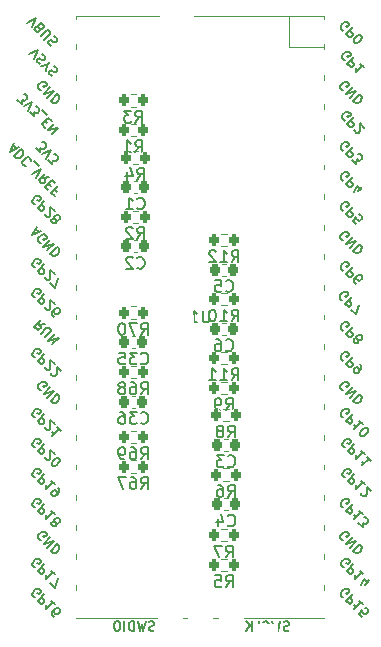
<source format=gbr>
G04 #@! TF.GenerationSoftware,KiCad,Pcbnew,(6.0.1)*
G04 #@! TF.CreationDate,2022-01-27T16:12:40+01:00*
G04 #@! TF.ProjectId,mico,6d69636f-2e6b-4696-9361-645f70636258,rev?*
G04 #@! TF.SameCoordinates,Original*
G04 #@! TF.FileFunction,Legend,Bot*
G04 #@! TF.FilePolarity,Positive*
%FSLAX46Y46*%
G04 Gerber Fmt 4.6, Leading zero omitted, Abs format (unit mm)*
G04 Created by KiCad (PCBNEW (6.0.1)) date 2022-01-27 16:12:40*
%MOMM*%
%LPD*%
G01*
G04 APERTURE LIST*
G04 Aperture macros list*
%AMRoundRect*
0 Rectangle with rounded corners*
0 $1 Rounding radius*
0 $2 $3 $4 $5 $6 $7 $8 $9 X,Y pos of 4 corners*
0 Add a 4 corners polygon primitive as box body*
4,1,4,$2,$3,$4,$5,$6,$7,$8,$9,$2,$3,0*
0 Add four circle primitives for the rounded corners*
1,1,$1+$1,$2,$3*
1,1,$1+$1,$4,$5*
1,1,$1+$1,$6,$7*
1,1,$1+$1,$8,$9*
0 Add four rect primitives between the rounded corners*
20,1,$1+$1,$2,$3,$4,$5,0*
20,1,$1+$1,$4,$5,$6,$7,0*
20,1,$1+$1,$6,$7,$8,$9,0*
20,1,$1+$1,$8,$9,$2,$3,0*%
G04 Aperture macros list end*
%ADD10C,0.150000*%
%ADD11C,0.120000*%
%ADD12R,2.000000X2.000000*%
%ADD13C,2.000000*%
%ADD14R,3.000000X2.500000*%
%ADD15RoundRect,0.225000X-0.225000X-0.250000X0.225000X-0.250000X0.225000X0.250000X-0.225000X0.250000X0*%
%ADD16RoundRect,0.200000X-0.200000X-0.275000X0.200000X-0.275000X0.200000X0.275000X-0.200000X0.275000X0*%
%ADD17O,1.500000X1.500000*%
%ADD18O,1.800000X1.800000*%
%ADD19R,3.500000X1.700000*%
%ADD20O,1.700000X1.700000*%
%ADD21R,1.700000X1.700000*%
%ADD22R,1.700000X3.500000*%
G04 APERTURE END LIST*
D10*
X140336666Y-110637142D02*
X140384285Y-110684761D01*
X140527142Y-110732380D01*
X140622380Y-110732380D01*
X140765238Y-110684761D01*
X140860476Y-110589523D01*
X140908095Y-110494285D01*
X140955714Y-110303809D01*
X140955714Y-110160952D01*
X140908095Y-109970476D01*
X140860476Y-109875238D01*
X140765238Y-109780000D01*
X140622380Y-109732380D01*
X140527142Y-109732380D01*
X140384285Y-109780000D01*
X140336666Y-109827619D01*
X139479523Y-110065714D02*
X139479523Y-110732380D01*
X139717619Y-109684761D02*
X139955714Y-110399047D01*
X139336666Y-110399047D01*
X132666666Y-88817142D02*
X132714285Y-88864761D01*
X132857142Y-88912380D01*
X132952380Y-88912380D01*
X133095238Y-88864761D01*
X133190476Y-88769523D01*
X133238095Y-88674285D01*
X133285714Y-88483809D01*
X133285714Y-88340952D01*
X133238095Y-88150476D01*
X133190476Y-88055238D01*
X133095238Y-87960000D01*
X132952380Y-87912380D01*
X132857142Y-87912380D01*
X132714285Y-87960000D01*
X132666666Y-88007619D01*
X132285714Y-88007619D02*
X132238095Y-87960000D01*
X132142857Y-87912380D01*
X131904761Y-87912380D01*
X131809523Y-87960000D01*
X131761904Y-88007619D01*
X131714285Y-88102857D01*
X131714285Y-88198095D01*
X131761904Y-88340952D01*
X132333333Y-88912380D01*
X131714285Y-88912380D01*
X132666666Y-83797142D02*
X132714285Y-83844761D01*
X132857142Y-83892380D01*
X132952380Y-83892380D01*
X133095238Y-83844761D01*
X133190476Y-83749523D01*
X133238095Y-83654285D01*
X133285714Y-83463809D01*
X133285714Y-83320952D01*
X133238095Y-83130476D01*
X133190476Y-83035238D01*
X133095238Y-82940000D01*
X132952380Y-82892380D01*
X132857142Y-82892380D01*
X132714285Y-82940000D01*
X132666666Y-82987619D01*
X131714285Y-83892380D02*
X132285714Y-83892380D01*
X132000000Y-83892380D02*
X132000000Y-82892380D01*
X132095238Y-83035238D01*
X132190476Y-83130476D01*
X132285714Y-83178095D01*
X132972857Y-107552380D02*
X133306190Y-107076190D01*
X133544285Y-107552380D02*
X133544285Y-106552380D01*
X133163333Y-106552380D01*
X133068095Y-106600000D01*
X133020476Y-106647619D01*
X132972857Y-106742857D01*
X132972857Y-106885714D01*
X133020476Y-106980952D01*
X133068095Y-107028571D01*
X133163333Y-107076190D01*
X133544285Y-107076190D01*
X132115714Y-106552380D02*
X132306190Y-106552380D01*
X132401428Y-106600000D01*
X132449047Y-106647619D01*
X132544285Y-106790476D01*
X132591904Y-106980952D01*
X132591904Y-107361904D01*
X132544285Y-107457142D01*
X132496666Y-107504761D01*
X132401428Y-107552380D01*
X132210952Y-107552380D01*
X132115714Y-107504761D01*
X132068095Y-107457142D01*
X132020476Y-107361904D01*
X132020476Y-107123809D01*
X132068095Y-107028571D01*
X132115714Y-106980952D01*
X132210952Y-106933333D01*
X132401428Y-106933333D01*
X132496666Y-106980952D01*
X132544285Y-107028571D01*
X132591904Y-107123809D01*
X131687142Y-106552380D02*
X131020476Y-106552380D01*
X131449047Y-107552380D01*
X132666666Y-81382380D02*
X133000000Y-80906190D01*
X133238095Y-81382380D02*
X133238095Y-80382380D01*
X132857142Y-80382380D01*
X132761904Y-80430000D01*
X132714285Y-80477619D01*
X132666666Y-80572857D01*
X132666666Y-80715714D01*
X132714285Y-80810952D01*
X132761904Y-80858571D01*
X132857142Y-80906190D01*
X133238095Y-80906190D01*
X131809523Y-80715714D02*
X131809523Y-81382380D01*
X132047619Y-80334761D02*
X132285714Y-81049047D01*
X131666666Y-81049047D01*
X132972857Y-96927142D02*
X133020476Y-96974761D01*
X133163333Y-97022380D01*
X133258571Y-97022380D01*
X133401428Y-96974761D01*
X133496666Y-96879523D01*
X133544285Y-96784285D01*
X133591904Y-96593809D01*
X133591904Y-96450952D01*
X133544285Y-96260476D01*
X133496666Y-96165238D01*
X133401428Y-96070000D01*
X133258571Y-96022380D01*
X133163333Y-96022380D01*
X133020476Y-96070000D01*
X132972857Y-96117619D01*
X132639523Y-96022380D02*
X132020476Y-96022380D01*
X132353809Y-96403333D01*
X132210952Y-96403333D01*
X132115714Y-96450952D01*
X132068095Y-96498571D01*
X132020476Y-96593809D01*
X132020476Y-96831904D01*
X132068095Y-96927142D01*
X132115714Y-96974761D01*
X132210952Y-97022380D01*
X132496666Y-97022380D01*
X132591904Y-96974761D01*
X132639523Y-96927142D01*
X131115714Y-96022380D02*
X131591904Y-96022380D01*
X131639523Y-96498571D01*
X131591904Y-96450952D01*
X131496666Y-96403333D01*
X131258571Y-96403333D01*
X131163333Y-96450952D01*
X131115714Y-96498571D01*
X131068095Y-96593809D01*
X131068095Y-96831904D01*
X131115714Y-96927142D01*
X131163333Y-96974761D01*
X131258571Y-97022380D01*
X131496666Y-97022380D01*
X131591904Y-96974761D01*
X131639523Y-96927142D01*
X140642857Y-98362380D02*
X140976190Y-97886190D01*
X141214285Y-98362380D02*
X141214285Y-97362380D01*
X140833333Y-97362380D01*
X140738095Y-97410000D01*
X140690476Y-97457619D01*
X140642857Y-97552857D01*
X140642857Y-97695714D01*
X140690476Y-97790952D01*
X140738095Y-97838571D01*
X140833333Y-97886190D01*
X141214285Y-97886190D01*
X139690476Y-98362380D02*
X140261904Y-98362380D01*
X139976190Y-98362380D02*
X139976190Y-97362380D01*
X140071428Y-97505238D01*
X140166666Y-97600476D01*
X140261904Y-97648095D01*
X138738095Y-98362380D02*
X139309523Y-98362380D01*
X139023809Y-98362380D02*
X139023809Y-97362380D01*
X139119047Y-97505238D01*
X139214285Y-97600476D01*
X139309523Y-97648095D01*
X140166666Y-90777142D02*
X140214285Y-90824761D01*
X140357142Y-90872380D01*
X140452380Y-90872380D01*
X140595238Y-90824761D01*
X140690476Y-90729523D01*
X140738095Y-90634285D01*
X140785714Y-90443809D01*
X140785714Y-90300952D01*
X140738095Y-90110476D01*
X140690476Y-90015238D01*
X140595238Y-89920000D01*
X140452380Y-89872380D01*
X140357142Y-89872380D01*
X140214285Y-89920000D01*
X140166666Y-89967619D01*
X139261904Y-89872380D02*
X139738095Y-89872380D01*
X139785714Y-90348571D01*
X139738095Y-90300952D01*
X139642857Y-90253333D01*
X139404761Y-90253333D01*
X139309523Y-90300952D01*
X139261904Y-90348571D01*
X139214285Y-90443809D01*
X139214285Y-90681904D01*
X139261904Y-90777142D01*
X139309523Y-90824761D01*
X139404761Y-90872380D01*
X139642857Y-90872380D01*
X139738095Y-90824761D01*
X139785714Y-90777142D01*
X140166666Y-100872380D02*
X140500000Y-100396190D01*
X140738095Y-100872380D02*
X140738095Y-99872380D01*
X140357142Y-99872380D01*
X140261904Y-99920000D01*
X140214285Y-99967619D01*
X140166666Y-100062857D01*
X140166666Y-100205714D01*
X140214285Y-100300952D01*
X140261904Y-100348571D01*
X140357142Y-100396190D01*
X140738095Y-100396190D01*
X139690476Y-100872380D02*
X139500000Y-100872380D01*
X139404761Y-100824761D01*
X139357142Y-100777142D01*
X139261904Y-100634285D01*
X139214285Y-100443809D01*
X139214285Y-100062857D01*
X139261904Y-99967619D01*
X139309523Y-99920000D01*
X139404761Y-99872380D01*
X139595238Y-99872380D01*
X139690476Y-99920000D01*
X139738095Y-99967619D01*
X139785714Y-100062857D01*
X139785714Y-100300952D01*
X139738095Y-100396190D01*
X139690476Y-100443809D01*
X139595238Y-100491428D01*
X139404761Y-100491428D01*
X139309523Y-100443809D01*
X139261904Y-100396190D01*
X139214285Y-100300952D01*
X132972857Y-99532380D02*
X133306190Y-99056190D01*
X133544285Y-99532380D02*
X133544285Y-98532380D01*
X133163333Y-98532380D01*
X133068095Y-98580000D01*
X133020476Y-98627619D01*
X132972857Y-98722857D01*
X132972857Y-98865714D01*
X133020476Y-98960952D01*
X133068095Y-99008571D01*
X133163333Y-99056190D01*
X133544285Y-99056190D01*
X132115714Y-98532380D02*
X132306190Y-98532380D01*
X132401428Y-98580000D01*
X132449047Y-98627619D01*
X132544285Y-98770476D01*
X132591904Y-98960952D01*
X132591904Y-99341904D01*
X132544285Y-99437142D01*
X132496666Y-99484761D01*
X132401428Y-99532380D01*
X132210952Y-99532380D01*
X132115714Y-99484761D01*
X132068095Y-99437142D01*
X132020476Y-99341904D01*
X132020476Y-99103809D01*
X132068095Y-99008571D01*
X132115714Y-98960952D01*
X132210952Y-98913333D01*
X132401428Y-98913333D01*
X132496666Y-98960952D01*
X132544285Y-99008571D01*
X132591904Y-99103809D01*
X131449047Y-98960952D02*
X131544285Y-98913333D01*
X131591904Y-98865714D01*
X131639523Y-98770476D01*
X131639523Y-98722857D01*
X131591904Y-98627619D01*
X131544285Y-98580000D01*
X131449047Y-98532380D01*
X131258571Y-98532380D01*
X131163333Y-98580000D01*
X131115714Y-98627619D01*
X131068095Y-98722857D01*
X131068095Y-98770476D01*
X131115714Y-98865714D01*
X131163333Y-98913333D01*
X131258571Y-98960952D01*
X131449047Y-98960952D01*
X131544285Y-99008571D01*
X131591904Y-99056190D01*
X131639523Y-99151428D01*
X131639523Y-99341904D01*
X131591904Y-99437142D01*
X131544285Y-99484761D01*
X131449047Y-99532380D01*
X131258571Y-99532380D01*
X131163333Y-99484761D01*
X131115714Y-99437142D01*
X131068095Y-99341904D01*
X131068095Y-99151428D01*
X131115714Y-99056190D01*
X131163333Y-99008571D01*
X131258571Y-98960952D01*
X140336666Y-105617142D02*
X140384285Y-105664761D01*
X140527142Y-105712380D01*
X140622380Y-105712380D01*
X140765238Y-105664761D01*
X140860476Y-105569523D01*
X140908095Y-105474285D01*
X140955714Y-105283809D01*
X140955714Y-105140952D01*
X140908095Y-104950476D01*
X140860476Y-104855238D01*
X140765238Y-104760000D01*
X140622380Y-104712380D01*
X140527142Y-104712380D01*
X140384285Y-104760000D01*
X140336666Y-104807619D01*
X140003333Y-104712380D02*
X139384285Y-104712380D01*
X139717619Y-105093333D01*
X139574761Y-105093333D01*
X139479523Y-105140952D01*
X139431904Y-105188571D01*
X139384285Y-105283809D01*
X139384285Y-105521904D01*
X139431904Y-105617142D01*
X139479523Y-105664761D01*
X139574761Y-105712380D01*
X139860476Y-105712380D01*
X139955714Y-105664761D01*
X140003333Y-105617142D01*
X140166666Y-113362380D02*
X140500000Y-112886190D01*
X140738095Y-113362380D02*
X140738095Y-112362380D01*
X140357142Y-112362380D01*
X140261904Y-112410000D01*
X140214285Y-112457619D01*
X140166666Y-112552857D01*
X140166666Y-112695714D01*
X140214285Y-112790952D01*
X140261904Y-112838571D01*
X140357142Y-112886190D01*
X140738095Y-112886190D01*
X139833333Y-112362380D02*
X139166666Y-112362380D01*
X139595238Y-113362380D01*
X132666666Y-86402380D02*
X133000000Y-85926190D01*
X133238095Y-86402380D02*
X133238095Y-85402380D01*
X132857142Y-85402380D01*
X132761904Y-85450000D01*
X132714285Y-85497619D01*
X132666666Y-85592857D01*
X132666666Y-85735714D01*
X132714285Y-85830952D01*
X132761904Y-85878571D01*
X132857142Y-85926190D01*
X133238095Y-85926190D01*
X132285714Y-85497619D02*
X132238095Y-85450000D01*
X132142857Y-85402380D01*
X131904761Y-85402380D01*
X131809523Y-85450000D01*
X131761904Y-85497619D01*
X131714285Y-85592857D01*
X131714285Y-85688095D01*
X131761904Y-85830952D01*
X132333333Y-86402380D01*
X131714285Y-86402380D01*
X140336666Y-103202380D02*
X140670000Y-102726190D01*
X140908095Y-103202380D02*
X140908095Y-102202380D01*
X140527142Y-102202380D01*
X140431904Y-102250000D01*
X140384285Y-102297619D01*
X140336666Y-102392857D01*
X140336666Y-102535714D01*
X140384285Y-102630952D01*
X140431904Y-102678571D01*
X140527142Y-102726190D01*
X140908095Y-102726190D01*
X139765238Y-102630952D02*
X139860476Y-102583333D01*
X139908095Y-102535714D01*
X139955714Y-102440476D01*
X139955714Y-102392857D01*
X139908095Y-102297619D01*
X139860476Y-102250000D01*
X139765238Y-102202380D01*
X139574761Y-102202380D01*
X139479523Y-102250000D01*
X139431904Y-102297619D01*
X139384285Y-102392857D01*
X139384285Y-102440476D01*
X139431904Y-102535714D01*
X139479523Y-102583333D01*
X139574761Y-102630952D01*
X139765238Y-102630952D01*
X139860476Y-102678571D01*
X139908095Y-102726190D01*
X139955714Y-102821428D01*
X139955714Y-103011904D01*
X139908095Y-103107142D01*
X139860476Y-103154761D01*
X139765238Y-103202380D01*
X139574761Y-103202380D01*
X139479523Y-103154761D01*
X139431904Y-103107142D01*
X139384285Y-103011904D01*
X139384285Y-102821428D01*
X139431904Y-102726190D01*
X139479523Y-102678571D01*
X139574761Y-102630952D01*
X140166666Y-115872380D02*
X140500000Y-115396190D01*
X140738095Y-115872380D02*
X140738095Y-114872380D01*
X140357142Y-114872380D01*
X140261904Y-114920000D01*
X140214285Y-114967619D01*
X140166666Y-115062857D01*
X140166666Y-115205714D01*
X140214285Y-115300952D01*
X140261904Y-115348571D01*
X140357142Y-115396190D01*
X140738095Y-115396190D01*
X139261904Y-114872380D02*
X139738095Y-114872380D01*
X139785714Y-115348571D01*
X139738095Y-115300952D01*
X139642857Y-115253333D01*
X139404761Y-115253333D01*
X139309523Y-115300952D01*
X139261904Y-115348571D01*
X139214285Y-115443809D01*
X139214285Y-115681904D01*
X139261904Y-115777142D01*
X139309523Y-115824761D01*
X139404761Y-115872380D01*
X139642857Y-115872380D01*
X139738095Y-115824761D01*
X139785714Y-115777142D01*
X140336666Y-108222380D02*
X140670000Y-107746190D01*
X140908095Y-108222380D02*
X140908095Y-107222380D01*
X140527142Y-107222380D01*
X140431904Y-107270000D01*
X140384285Y-107317619D01*
X140336666Y-107412857D01*
X140336666Y-107555714D01*
X140384285Y-107650952D01*
X140431904Y-107698571D01*
X140527142Y-107746190D01*
X140908095Y-107746190D01*
X139479523Y-107222380D02*
X139670000Y-107222380D01*
X139765238Y-107270000D01*
X139812857Y-107317619D01*
X139908095Y-107460476D01*
X139955714Y-107650952D01*
X139955714Y-108031904D01*
X139908095Y-108127142D01*
X139860476Y-108174761D01*
X139765238Y-108222380D01*
X139574761Y-108222380D01*
X139479523Y-108174761D01*
X139431904Y-108127142D01*
X139384285Y-108031904D01*
X139384285Y-107793809D01*
X139431904Y-107698571D01*
X139479523Y-107650952D01*
X139574761Y-107603333D01*
X139765238Y-107603333D01*
X139860476Y-107650952D01*
X139908095Y-107698571D01*
X139955714Y-107793809D01*
X140166666Y-95797142D02*
X140214285Y-95844761D01*
X140357142Y-95892380D01*
X140452380Y-95892380D01*
X140595238Y-95844761D01*
X140690476Y-95749523D01*
X140738095Y-95654285D01*
X140785714Y-95463809D01*
X140785714Y-95320952D01*
X140738095Y-95130476D01*
X140690476Y-95035238D01*
X140595238Y-94940000D01*
X140452380Y-94892380D01*
X140357142Y-94892380D01*
X140214285Y-94940000D01*
X140166666Y-94987619D01*
X139309523Y-94892380D02*
X139500000Y-94892380D01*
X139595238Y-94940000D01*
X139642857Y-94987619D01*
X139738095Y-95130476D01*
X139785714Y-95320952D01*
X139785714Y-95701904D01*
X139738095Y-95797142D01*
X139690476Y-95844761D01*
X139595238Y-95892380D01*
X139404761Y-95892380D01*
X139309523Y-95844761D01*
X139261904Y-95797142D01*
X139214285Y-95701904D01*
X139214285Y-95463809D01*
X139261904Y-95368571D01*
X139309523Y-95320952D01*
X139404761Y-95273333D01*
X139595238Y-95273333D01*
X139690476Y-95320952D01*
X139738095Y-95368571D01*
X139785714Y-95463809D01*
X138761904Y-92452380D02*
X138761904Y-93261904D01*
X138714285Y-93357142D01*
X138666666Y-93404761D01*
X138571428Y-93452380D01*
X138380952Y-93452380D01*
X138285714Y-93404761D01*
X138238095Y-93357142D01*
X138190476Y-93261904D01*
X138190476Y-92452380D01*
X137190476Y-93452380D02*
X137761904Y-93452380D01*
X137476190Y-93452380D02*
X137476190Y-92452380D01*
X137571428Y-92595238D01*
X137666666Y-92690476D01*
X137761904Y-92738095D01*
X124838375Y-93596564D02*
X124380439Y-93677377D01*
X124515126Y-93273316D02*
X123949441Y-93839001D01*
X124164940Y-94054500D01*
X124245752Y-94081438D01*
X124299627Y-94081438D01*
X124380439Y-94054500D01*
X124461251Y-93973688D01*
X124488189Y-93892876D01*
X124488189Y-93839001D01*
X124461251Y-93758189D01*
X124245752Y-93542690D01*
X124515126Y-94404687D02*
X124973062Y-93946751D01*
X125053874Y-93919813D01*
X125107749Y-93919813D01*
X125188561Y-93946751D01*
X125296311Y-94054500D01*
X125323248Y-94135312D01*
X125323248Y-94189187D01*
X125296311Y-94270000D01*
X124838375Y-94727935D01*
X125673435Y-94431624D02*
X125107749Y-94997309D01*
X125996683Y-94754873D01*
X125430998Y-95320558D01*
X123989722Y-96419407D02*
X123908910Y-96392470D01*
X123828097Y-96311658D01*
X123774223Y-96203908D01*
X123774223Y-96096158D01*
X123801160Y-96015346D01*
X123881972Y-95880659D01*
X123962784Y-95799847D01*
X124097471Y-95719035D01*
X124178284Y-95692097D01*
X124286033Y-95692097D01*
X124393783Y-95745972D01*
X124447658Y-95799847D01*
X124501532Y-95907597D01*
X124501532Y-95961471D01*
X124312971Y-96150033D01*
X124205221Y-96042284D01*
X124797844Y-96150033D02*
X124232158Y-96715719D01*
X124447658Y-96931218D01*
X124528470Y-96958155D01*
X124582345Y-96958155D01*
X124663157Y-96931218D01*
X124743969Y-96850406D01*
X124770906Y-96769593D01*
X124770906Y-96715719D01*
X124743969Y-96634906D01*
X124528470Y-96419407D01*
X124824781Y-97200592D02*
X124824781Y-97254467D01*
X124851719Y-97335279D01*
X124986406Y-97469966D01*
X125067218Y-97496903D01*
X125121093Y-97496903D01*
X125201905Y-97469966D01*
X125255780Y-97416091D01*
X125309654Y-97308341D01*
X125309654Y-96661844D01*
X125659841Y-97012030D01*
X125363529Y-97739340D02*
X125363529Y-97793215D01*
X125390467Y-97874027D01*
X125525154Y-98008714D01*
X125605966Y-98035651D01*
X125659841Y-98035651D01*
X125740653Y-98008714D01*
X125794528Y-97954839D01*
X125848402Y-97847089D01*
X125848402Y-97200592D01*
X126198589Y-97550778D01*
X150097722Y-116739407D02*
X150016910Y-116712470D01*
X149936097Y-116631658D01*
X149882223Y-116523908D01*
X149882223Y-116416158D01*
X149909160Y-116335346D01*
X149989972Y-116200659D01*
X150070784Y-116119847D01*
X150205471Y-116039035D01*
X150286284Y-116012097D01*
X150394033Y-116012097D01*
X150501783Y-116065972D01*
X150555658Y-116119847D01*
X150609532Y-116227597D01*
X150609532Y-116281471D01*
X150420971Y-116470033D01*
X150313221Y-116362284D01*
X150905844Y-116470033D02*
X150340158Y-117035719D01*
X150555658Y-117251218D01*
X150636470Y-117278155D01*
X150690345Y-117278155D01*
X150771157Y-117251218D01*
X150851969Y-117170406D01*
X150878906Y-117089593D01*
X150878906Y-117035719D01*
X150851969Y-116954906D01*
X150636470Y-116739407D01*
X151767841Y-117332030D02*
X151444592Y-117008781D01*
X151606216Y-117170406D02*
X151040531Y-117736091D01*
X151067468Y-117601404D01*
X151067468Y-117493654D01*
X151040531Y-117412842D01*
X151713966Y-118409526D02*
X151444592Y-118140152D01*
X151687028Y-117843841D01*
X151687028Y-117897715D01*
X151713966Y-117978528D01*
X151848653Y-118113215D01*
X151929465Y-118140152D01*
X151983340Y-118140152D01*
X152064152Y-118113215D01*
X152198839Y-117978528D01*
X152225776Y-117897715D01*
X152225776Y-117843841D01*
X152198839Y-117763028D01*
X152064152Y-117628341D01*
X151983340Y-117601404D01*
X151929465Y-117601404D01*
X123353129Y-68072690D02*
X124107377Y-67695566D01*
X123730253Y-68449813D01*
X124376751Y-68557563D02*
X124484500Y-68611438D01*
X124538375Y-68611438D01*
X124619187Y-68584500D01*
X124700000Y-68503688D01*
X124726937Y-68422876D01*
X124726937Y-68369001D01*
X124700000Y-68288189D01*
X124484500Y-68072690D01*
X123918815Y-68638375D01*
X124107377Y-68826937D01*
X124188189Y-68853874D01*
X124242064Y-68853874D01*
X124322876Y-68826937D01*
X124376751Y-68773062D01*
X124403688Y-68692250D01*
X124403688Y-68638375D01*
X124376751Y-68557563D01*
X124188189Y-68369001D01*
X124484500Y-69204061D02*
X124942436Y-68746125D01*
X125023248Y-68719187D01*
X125077123Y-68719187D01*
X125157935Y-68746125D01*
X125265685Y-68853874D01*
X125292622Y-68934687D01*
X125292622Y-68988561D01*
X125265685Y-69069374D01*
X124807749Y-69527309D01*
X125588934Y-69230998D02*
X125696683Y-69284873D01*
X125831370Y-69419560D01*
X125858308Y-69500372D01*
X125858308Y-69554247D01*
X125831370Y-69635059D01*
X125777496Y-69688934D01*
X125696683Y-69715871D01*
X125642809Y-69715871D01*
X125561996Y-69688934D01*
X125427309Y-69608122D01*
X125346497Y-69581184D01*
X125292622Y-69581184D01*
X125211810Y-69608122D01*
X125157935Y-69661996D01*
X125130998Y-69742809D01*
X125130998Y-69796683D01*
X125157935Y-69877496D01*
X125292622Y-70012183D01*
X125400372Y-70066057D01*
X150143722Y-114199407D02*
X150062910Y-114172470D01*
X149982097Y-114091658D01*
X149928223Y-113983908D01*
X149928223Y-113876158D01*
X149955160Y-113795346D01*
X150035972Y-113660659D01*
X150116784Y-113579847D01*
X150251471Y-113499035D01*
X150332284Y-113472097D01*
X150440033Y-113472097D01*
X150547783Y-113525972D01*
X150601658Y-113579847D01*
X150655532Y-113687597D01*
X150655532Y-113741471D01*
X150466971Y-113930033D01*
X150359221Y-113822284D01*
X150951844Y-113930033D02*
X150386158Y-114495719D01*
X150601658Y-114711218D01*
X150682470Y-114738155D01*
X150736345Y-114738155D01*
X150817157Y-114711218D01*
X150897969Y-114630406D01*
X150924906Y-114549593D01*
X150924906Y-114495719D01*
X150897969Y-114414906D01*
X150682470Y-114199407D01*
X151813841Y-114792030D02*
X151490592Y-114468781D01*
X151652216Y-114630406D02*
X151086531Y-115196091D01*
X151113468Y-115061404D01*
X151113468Y-114953654D01*
X151086531Y-114872842D01*
X151921590Y-115654027D02*
X152298714Y-115276903D01*
X151571404Y-115734839D02*
X151840778Y-115196091D01*
X152190964Y-115546277D01*
X123989722Y-104039407D02*
X123908910Y-104012470D01*
X123828097Y-103931658D01*
X123774223Y-103823908D01*
X123774223Y-103716158D01*
X123801160Y-103635346D01*
X123881972Y-103500659D01*
X123962784Y-103419847D01*
X124097471Y-103339035D01*
X124178284Y-103312097D01*
X124286033Y-103312097D01*
X124393783Y-103365972D01*
X124447658Y-103419847D01*
X124501532Y-103527597D01*
X124501532Y-103581471D01*
X124312971Y-103770033D01*
X124205221Y-103662284D01*
X124797844Y-103770033D02*
X124232158Y-104335719D01*
X124447658Y-104551218D01*
X124528470Y-104578155D01*
X124582345Y-104578155D01*
X124663157Y-104551218D01*
X124743969Y-104470406D01*
X124770906Y-104389593D01*
X124770906Y-104335719D01*
X124743969Y-104254906D01*
X124528470Y-104039407D01*
X124824781Y-104820592D02*
X124824781Y-104874467D01*
X124851719Y-104955279D01*
X124986406Y-105089966D01*
X125067218Y-105116903D01*
X125121093Y-105116903D01*
X125201905Y-105089966D01*
X125255780Y-105036091D01*
X125309654Y-104928341D01*
X125309654Y-104281844D01*
X125659841Y-104632030D01*
X125444341Y-105547902D02*
X125498216Y-105601776D01*
X125579028Y-105628714D01*
X125632903Y-105628714D01*
X125713715Y-105601776D01*
X125848402Y-105520964D01*
X125983089Y-105386277D01*
X126063902Y-105251590D01*
X126090839Y-105170778D01*
X126090839Y-105116903D01*
X126063902Y-105036091D01*
X126010027Y-104982216D01*
X125929215Y-104955279D01*
X125875340Y-104955279D01*
X125794528Y-104982216D01*
X125659841Y-105063028D01*
X125525154Y-105197715D01*
X125444341Y-105332402D01*
X125417404Y-105413215D01*
X125417404Y-105467089D01*
X125444341Y-105547902D01*
X150113096Y-96688781D02*
X150032284Y-96661844D01*
X149951471Y-96581032D01*
X149897597Y-96473282D01*
X149897597Y-96365532D01*
X149924534Y-96284720D01*
X150005346Y-96150033D01*
X150086158Y-96069221D01*
X150220845Y-95988409D01*
X150301658Y-95961471D01*
X150409407Y-95961471D01*
X150517157Y-96015346D01*
X150571032Y-96069221D01*
X150624906Y-96176971D01*
X150624906Y-96230845D01*
X150436345Y-96419407D01*
X150328595Y-96311658D01*
X150921218Y-96419407D02*
X150355532Y-96985093D01*
X150571032Y-97200592D01*
X150651844Y-97227529D01*
X150705719Y-97227529D01*
X150786531Y-97200592D01*
X150867343Y-97119780D01*
X150894280Y-97038967D01*
X150894280Y-96985093D01*
X150867343Y-96904280D01*
X150651844Y-96688781D01*
X151513841Y-97012030D02*
X151621590Y-97119780D01*
X151648528Y-97200592D01*
X151648528Y-97254467D01*
X151621590Y-97389154D01*
X151540778Y-97523841D01*
X151325279Y-97739340D01*
X151244467Y-97766277D01*
X151190592Y-97766277D01*
X151109780Y-97739340D01*
X151002030Y-97631590D01*
X150975093Y-97550778D01*
X150975093Y-97496903D01*
X151002030Y-97416091D01*
X151136717Y-97281404D01*
X151217529Y-97254467D01*
X151271404Y-97254467D01*
X151352216Y-97281404D01*
X151459966Y-97389154D01*
X151486903Y-97469966D01*
X151486903Y-97523841D01*
X151459966Y-97604653D01*
X122154788Y-78466226D02*
X122424162Y-78735600D01*
X122262537Y-78250727D02*
X121885414Y-79004974D01*
X122639661Y-78627850D01*
X122828223Y-78816412D02*
X122262537Y-79382097D01*
X122397224Y-79516784D01*
X122504974Y-79570659D01*
X122612723Y-79570659D01*
X122693536Y-79543722D01*
X122828223Y-79462910D01*
X122909035Y-79382097D01*
X122989847Y-79247410D01*
X123016784Y-79166598D01*
X123016784Y-79058849D01*
X122962910Y-78951099D01*
X122828223Y-78816412D01*
X123663282Y-79759221D02*
X123663282Y-79705346D01*
X123609407Y-79597597D01*
X123555532Y-79543722D01*
X123447783Y-79489847D01*
X123340033Y-79489847D01*
X123259221Y-79516784D01*
X123124534Y-79597597D01*
X123043722Y-79678409D01*
X122962910Y-79813096D01*
X122935972Y-79893908D01*
X122935972Y-80001658D01*
X122989847Y-80109407D01*
X123043722Y-80163282D01*
X123151471Y-80217157D01*
X123205346Y-80217157D01*
X123878781Y-79759221D02*
X124309780Y-80190219D01*
X123744094Y-80863654D02*
X124498341Y-80486531D01*
X124121218Y-81240778D01*
X125198714Y-81186903D02*
X124740778Y-81267715D01*
X124875465Y-80863654D02*
X124309780Y-81429340D01*
X124525279Y-81644839D01*
X124606091Y-81671776D01*
X124659966Y-81671776D01*
X124740778Y-81644839D01*
X124821590Y-81564027D01*
X124848528Y-81483215D01*
X124848528Y-81429340D01*
X124821590Y-81348528D01*
X124606091Y-81133028D01*
X125144839Y-81725651D02*
X125333401Y-81914213D01*
X125710524Y-81698714D02*
X125441150Y-81429340D01*
X124875465Y-81995025D01*
X125144839Y-82264399D01*
X125845211Y-82426024D02*
X125656650Y-82237462D01*
X125952961Y-81941150D02*
X125387276Y-82506836D01*
X125656650Y-82776210D01*
X150086158Y-86501844D02*
X150005346Y-86474906D01*
X149924534Y-86394094D01*
X149870659Y-86286345D01*
X149870659Y-86178595D01*
X149897597Y-86097783D01*
X149978409Y-85963096D01*
X150059221Y-85882284D01*
X150193908Y-85801471D01*
X150274720Y-85774534D01*
X150382470Y-85774534D01*
X150490219Y-85828409D01*
X150544094Y-85882284D01*
X150597969Y-85990033D01*
X150597969Y-86043908D01*
X150409407Y-86232470D01*
X150301658Y-86124720D01*
X150894280Y-86232470D02*
X150328595Y-86798155D01*
X151217529Y-86555719D01*
X150651844Y-87121404D01*
X151486903Y-86825093D02*
X150921218Y-87390778D01*
X151055905Y-87525465D01*
X151163654Y-87579340D01*
X151271404Y-87579340D01*
X151352216Y-87552402D01*
X151486903Y-87471590D01*
X151567715Y-87390778D01*
X151648528Y-87256091D01*
X151675465Y-87175279D01*
X151675465Y-87067529D01*
X151621590Y-86959780D01*
X151486903Y-86825093D01*
X123989722Y-83465407D02*
X123908910Y-83438470D01*
X123828097Y-83357658D01*
X123774223Y-83249908D01*
X123774223Y-83142158D01*
X123801160Y-83061346D01*
X123881972Y-82926659D01*
X123962784Y-82845847D01*
X124097471Y-82765035D01*
X124178284Y-82738097D01*
X124286033Y-82738097D01*
X124393783Y-82791972D01*
X124447658Y-82845847D01*
X124501532Y-82953597D01*
X124501532Y-83007471D01*
X124312971Y-83196033D01*
X124205221Y-83088284D01*
X124797844Y-83196033D02*
X124232158Y-83761719D01*
X124447658Y-83977218D01*
X124528470Y-84004155D01*
X124582345Y-84004155D01*
X124663157Y-83977218D01*
X124743969Y-83896406D01*
X124770906Y-83815593D01*
X124770906Y-83761719D01*
X124743969Y-83680906D01*
X124528470Y-83465407D01*
X124824781Y-84246592D02*
X124824781Y-84300467D01*
X124851719Y-84381279D01*
X124986406Y-84515966D01*
X125067218Y-84542903D01*
X125121093Y-84542903D01*
X125201905Y-84515966D01*
X125255780Y-84462091D01*
X125309654Y-84354341D01*
X125309654Y-83707844D01*
X125659841Y-84058030D01*
X125659841Y-84704528D02*
X125579028Y-84677590D01*
X125525154Y-84677590D01*
X125444341Y-84704528D01*
X125417404Y-84731465D01*
X125390467Y-84812277D01*
X125390467Y-84866152D01*
X125417404Y-84946964D01*
X125525154Y-85054714D01*
X125605966Y-85081651D01*
X125659841Y-85081651D01*
X125740653Y-85054714D01*
X125767590Y-85027776D01*
X125794528Y-84946964D01*
X125794528Y-84893089D01*
X125767590Y-84812277D01*
X125659841Y-84704528D01*
X125632903Y-84623715D01*
X125632903Y-84569841D01*
X125659841Y-84489028D01*
X125767590Y-84381279D01*
X125848402Y-84354341D01*
X125902277Y-84354341D01*
X125983089Y-84381279D01*
X126090839Y-84489028D01*
X126117776Y-84569841D01*
X126117776Y-84623715D01*
X126090839Y-84704528D01*
X125983089Y-84812277D01*
X125902277Y-84839215D01*
X125848402Y-84839215D01*
X125767590Y-84812277D01*
X134095238Y-119523809D02*
X133980952Y-119561904D01*
X133790476Y-119561904D01*
X133714285Y-119523809D01*
X133676190Y-119485714D01*
X133638095Y-119409523D01*
X133638095Y-119333333D01*
X133676190Y-119257142D01*
X133714285Y-119219047D01*
X133790476Y-119180952D01*
X133942857Y-119142857D01*
X134019047Y-119104761D01*
X134057142Y-119066666D01*
X134095238Y-118990476D01*
X134095238Y-118914285D01*
X134057142Y-118838095D01*
X134019047Y-118800000D01*
X133942857Y-118761904D01*
X133752380Y-118761904D01*
X133638095Y-118800000D01*
X133371428Y-118761904D02*
X133180952Y-119561904D01*
X133028571Y-118990476D01*
X132876190Y-119561904D01*
X132685714Y-118761904D01*
X132380952Y-119561904D02*
X132380952Y-118761904D01*
X132190476Y-118761904D01*
X132076190Y-118800000D01*
X132000000Y-118876190D01*
X131961904Y-118952380D01*
X131923809Y-119104761D01*
X131923809Y-119219047D01*
X131961904Y-119371428D01*
X132000000Y-119447619D01*
X132076190Y-119523809D01*
X132190476Y-119561904D01*
X132380952Y-119561904D01*
X131580952Y-119561904D02*
X131580952Y-118761904D01*
X131047619Y-118761904D02*
X130895238Y-118761904D01*
X130819047Y-118800000D01*
X130742857Y-118876190D01*
X130704761Y-119028571D01*
X130704761Y-119295238D01*
X130742857Y-119447619D01*
X130819047Y-119523809D01*
X130895238Y-119561904D01*
X131047619Y-119561904D01*
X131123809Y-119523809D01*
X131200000Y-119447619D01*
X131238095Y-119295238D01*
X131238095Y-119028571D01*
X131200000Y-118876190D01*
X131123809Y-118800000D01*
X131047619Y-118761904D01*
X124486158Y-111901844D02*
X124405346Y-111874906D01*
X124324534Y-111794094D01*
X124270659Y-111686345D01*
X124270659Y-111578595D01*
X124297597Y-111497783D01*
X124378409Y-111363096D01*
X124459221Y-111282284D01*
X124593908Y-111201471D01*
X124674720Y-111174534D01*
X124782470Y-111174534D01*
X124890219Y-111228409D01*
X124944094Y-111282284D01*
X124997969Y-111390033D01*
X124997969Y-111443908D01*
X124809407Y-111632470D01*
X124701658Y-111524720D01*
X125294280Y-111632470D02*
X124728595Y-112198155D01*
X125617529Y-111955719D01*
X125051844Y-112521404D01*
X125886903Y-112225093D02*
X125321218Y-112790778D01*
X125455905Y-112925465D01*
X125563654Y-112979340D01*
X125671404Y-112979340D01*
X125752216Y-112952402D01*
X125886903Y-112871590D01*
X125967715Y-112790778D01*
X126048528Y-112656091D01*
X126075465Y-112575279D01*
X126075465Y-112467529D01*
X126021590Y-112359780D01*
X125886903Y-112225093D01*
X150213096Y-76368781D02*
X150132284Y-76341844D01*
X150051471Y-76261032D01*
X149997597Y-76153282D01*
X149997597Y-76045532D01*
X150024534Y-75964720D01*
X150105346Y-75830033D01*
X150186158Y-75749221D01*
X150320845Y-75668409D01*
X150401658Y-75641471D01*
X150509407Y-75641471D01*
X150617157Y-75695346D01*
X150671032Y-75749221D01*
X150724906Y-75856971D01*
X150724906Y-75910845D01*
X150536345Y-76099407D01*
X150428595Y-75991658D01*
X151021218Y-76099407D02*
X150455532Y-76665093D01*
X150671032Y-76880592D01*
X150751844Y-76907529D01*
X150805719Y-76907529D01*
X150886531Y-76880592D01*
X150967343Y-76799780D01*
X150994280Y-76718967D01*
X150994280Y-76665093D01*
X150967343Y-76584280D01*
X150751844Y-76368781D01*
X151048155Y-77149966D02*
X151048155Y-77203841D01*
X151075093Y-77284653D01*
X151209780Y-77419340D01*
X151290592Y-77446277D01*
X151344467Y-77446277D01*
X151425279Y-77419340D01*
X151479154Y-77365465D01*
X151533028Y-77257715D01*
X151533028Y-76611218D01*
X151883215Y-76961404D01*
X150113096Y-78908781D02*
X150032284Y-78881844D01*
X149951471Y-78801032D01*
X149897597Y-78693282D01*
X149897597Y-78585532D01*
X149924534Y-78504720D01*
X150005346Y-78370033D01*
X150086158Y-78289221D01*
X150220845Y-78208409D01*
X150301658Y-78181471D01*
X150409407Y-78181471D01*
X150517157Y-78235346D01*
X150571032Y-78289221D01*
X150624906Y-78396971D01*
X150624906Y-78450845D01*
X150436345Y-78639407D01*
X150328595Y-78531658D01*
X150921218Y-78639407D02*
X150355532Y-79205093D01*
X150571032Y-79420592D01*
X150651844Y-79447529D01*
X150705719Y-79447529D01*
X150786531Y-79420592D01*
X150867343Y-79339780D01*
X150894280Y-79258967D01*
X150894280Y-79205093D01*
X150867343Y-79124280D01*
X150651844Y-78908781D01*
X150867343Y-79716903D02*
X151217529Y-80067089D01*
X151244467Y-79663028D01*
X151325279Y-79743841D01*
X151406091Y-79770778D01*
X151459966Y-79770778D01*
X151540778Y-79743841D01*
X151675465Y-79609154D01*
X151702402Y-79528341D01*
X151702402Y-79474467D01*
X151675465Y-79393654D01*
X151513841Y-79232030D01*
X151433028Y-79205093D01*
X151379154Y-79205093D01*
X150097722Y-101499407D02*
X150016910Y-101472470D01*
X149936097Y-101391658D01*
X149882223Y-101283908D01*
X149882223Y-101176158D01*
X149909160Y-101095346D01*
X149989972Y-100960659D01*
X150070784Y-100879847D01*
X150205471Y-100799035D01*
X150286284Y-100772097D01*
X150394033Y-100772097D01*
X150501783Y-100825972D01*
X150555658Y-100879847D01*
X150609532Y-100987597D01*
X150609532Y-101041471D01*
X150420971Y-101230033D01*
X150313221Y-101122284D01*
X150905844Y-101230033D02*
X150340158Y-101795719D01*
X150555658Y-102011218D01*
X150636470Y-102038155D01*
X150690345Y-102038155D01*
X150771157Y-102011218D01*
X150851969Y-101930406D01*
X150878906Y-101849593D01*
X150878906Y-101795719D01*
X150851969Y-101714906D01*
X150636470Y-101499407D01*
X151767841Y-102092030D02*
X151444592Y-101768781D01*
X151606216Y-101930406D02*
X151040531Y-102496091D01*
X151067468Y-102361404D01*
X151067468Y-102253654D01*
X151040531Y-102172842D01*
X151552341Y-103007902D02*
X151606216Y-103061776D01*
X151687028Y-103088714D01*
X151740903Y-103088714D01*
X151821715Y-103061776D01*
X151956402Y-102980964D01*
X152091089Y-102846277D01*
X152171902Y-102711590D01*
X152198839Y-102630778D01*
X152198839Y-102576903D01*
X152171902Y-102496091D01*
X152118027Y-102442216D01*
X152037215Y-102415279D01*
X151983340Y-102415279D01*
X151902528Y-102442216D01*
X151767841Y-102523028D01*
X151633154Y-102657715D01*
X151552341Y-102792402D01*
X151525404Y-102873215D01*
X151525404Y-102927089D01*
X151552341Y-103007902D01*
X150213096Y-71278781D02*
X150132284Y-71251844D01*
X150051471Y-71171032D01*
X149997597Y-71063282D01*
X149997597Y-70955532D01*
X150024534Y-70874720D01*
X150105346Y-70740033D01*
X150186158Y-70659221D01*
X150320845Y-70578409D01*
X150401658Y-70551471D01*
X150509407Y-70551471D01*
X150617157Y-70605346D01*
X150671032Y-70659221D01*
X150724906Y-70766971D01*
X150724906Y-70820845D01*
X150536345Y-71009407D01*
X150428595Y-70901658D01*
X151021218Y-71009407D02*
X150455532Y-71575093D01*
X150671032Y-71790592D01*
X150751844Y-71817529D01*
X150805719Y-71817529D01*
X150886531Y-71790592D01*
X150967343Y-71709780D01*
X150994280Y-71628967D01*
X150994280Y-71575093D01*
X150967343Y-71494280D01*
X150751844Y-71278781D01*
X151883215Y-71871404D02*
X151559966Y-71548155D01*
X151721590Y-71709780D02*
X151155905Y-72275465D01*
X151182842Y-72140778D01*
X151182842Y-72033028D01*
X151155905Y-71952216D01*
X123989722Y-106579407D02*
X123908910Y-106552470D01*
X123828097Y-106471658D01*
X123774223Y-106363908D01*
X123774223Y-106256158D01*
X123801160Y-106175346D01*
X123881972Y-106040659D01*
X123962784Y-105959847D01*
X124097471Y-105879035D01*
X124178284Y-105852097D01*
X124286033Y-105852097D01*
X124393783Y-105905972D01*
X124447658Y-105959847D01*
X124501532Y-106067597D01*
X124501532Y-106121471D01*
X124312971Y-106310033D01*
X124205221Y-106202284D01*
X124797844Y-106310033D02*
X124232158Y-106875719D01*
X124447658Y-107091218D01*
X124528470Y-107118155D01*
X124582345Y-107118155D01*
X124663157Y-107091218D01*
X124743969Y-107010406D01*
X124770906Y-106929593D01*
X124770906Y-106875719D01*
X124743969Y-106794906D01*
X124528470Y-106579407D01*
X125659841Y-107172030D02*
X125336592Y-106848781D01*
X125498216Y-107010406D02*
X124932531Y-107576091D01*
X124959468Y-107441404D01*
X124959468Y-107333654D01*
X124932531Y-107252842D01*
X125929215Y-107441404D02*
X126036964Y-107549154D01*
X126063902Y-107629966D01*
X126063902Y-107683841D01*
X126036964Y-107818528D01*
X125956152Y-107953215D01*
X125740653Y-108168714D01*
X125659841Y-108195651D01*
X125605966Y-108195651D01*
X125525154Y-108168714D01*
X125417404Y-108060964D01*
X125390467Y-107980152D01*
X125390467Y-107926277D01*
X125417404Y-107845465D01*
X125552091Y-107710778D01*
X125632903Y-107683841D01*
X125686778Y-107683841D01*
X125767590Y-107710778D01*
X125875340Y-107818528D01*
X125902277Y-107899340D01*
X125902277Y-107953215D01*
X125875340Y-108034027D01*
X123989722Y-88809407D02*
X123908910Y-88782470D01*
X123828097Y-88701658D01*
X123774223Y-88593908D01*
X123774223Y-88486158D01*
X123801160Y-88405346D01*
X123881972Y-88270659D01*
X123962784Y-88189847D01*
X124097471Y-88109035D01*
X124178284Y-88082097D01*
X124286033Y-88082097D01*
X124393783Y-88135972D01*
X124447658Y-88189847D01*
X124501532Y-88297597D01*
X124501532Y-88351471D01*
X124312971Y-88540033D01*
X124205221Y-88432284D01*
X124797844Y-88540033D02*
X124232158Y-89105719D01*
X124447658Y-89321218D01*
X124528470Y-89348155D01*
X124582345Y-89348155D01*
X124663157Y-89321218D01*
X124743969Y-89240406D01*
X124770906Y-89159593D01*
X124770906Y-89105719D01*
X124743969Y-89024906D01*
X124528470Y-88809407D01*
X124824781Y-89590592D02*
X124824781Y-89644467D01*
X124851719Y-89725279D01*
X124986406Y-89859966D01*
X125067218Y-89886903D01*
X125121093Y-89886903D01*
X125201905Y-89859966D01*
X125255780Y-89806091D01*
X125309654Y-89698341D01*
X125309654Y-89051844D01*
X125659841Y-89402030D01*
X125282717Y-90156277D02*
X125659841Y-90533401D01*
X125983089Y-89725279D01*
X123520473Y-70750033D02*
X124274720Y-70372910D01*
X123897597Y-71127157D01*
X124597969Y-70750033D02*
X124705719Y-70803908D01*
X124840406Y-70938595D01*
X124867343Y-71019407D01*
X124867343Y-71073282D01*
X124840406Y-71154094D01*
X124786531Y-71207969D01*
X124705719Y-71234906D01*
X124651844Y-71234906D01*
X124571032Y-71207969D01*
X124436345Y-71127157D01*
X124355532Y-71100219D01*
X124301658Y-71100219D01*
X124220845Y-71127157D01*
X124166971Y-71181032D01*
X124140033Y-71261844D01*
X124140033Y-71315719D01*
X124166971Y-71396531D01*
X124301658Y-71531218D01*
X124409407Y-71585093D01*
X125028967Y-71665905D02*
X125298341Y-71396531D01*
X124544094Y-71773654D02*
X125028967Y-71665905D01*
X124921218Y-72150778D01*
X125621590Y-71773654D02*
X125729340Y-71827529D01*
X125864027Y-71962216D01*
X125890964Y-72043028D01*
X125890964Y-72096903D01*
X125864027Y-72177715D01*
X125810152Y-72231590D01*
X125729340Y-72258528D01*
X125675465Y-72258528D01*
X125594653Y-72231590D01*
X125459966Y-72150778D01*
X125379154Y-72123841D01*
X125325279Y-72123841D01*
X125244467Y-72150778D01*
X125190592Y-72204653D01*
X125163654Y-72285465D01*
X125163654Y-72339340D01*
X125190592Y-72420152D01*
X125325279Y-72554839D01*
X125433028Y-72608714D01*
X150113096Y-81448781D02*
X150032284Y-81421844D01*
X149951471Y-81341032D01*
X149897597Y-81233282D01*
X149897597Y-81125532D01*
X149924534Y-81044720D01*
X150005346Y-80910033D01*
X150086158Y-80829221D01*
X150220845Y-80748409D01*
X150301658Y-80721471D01*
X150409407Y-80721471D01*
X150517157Y-80775346D01*
X150571032Y-80829221D01*
X150624906Y-80936971D01*
X150624906Y-80990845D01*
X150436345Y-81179407D01*
X150328595Y-81071658D01*
X150921218Y-81179407D02*
X150355532Y-81745093D01*
X150571032Y-81960592D01*
X150651844Y-81987529D01*
X150705719Y-81987529D01*
X150786531Y-81960592D01*
X150867343Y-81879780D01*
X150894280Y-81798967D01*
X150894280Y-81745093D01*
X150867343Y-81664280D01*
X150651844Y-81448781D01*
X151352216Y-82364653D02*
X151729340Y-81987529D01*
X151002030Y-82445465D02*
X151271404Y-81906717D01*
X151621590Y-82256903D01*
X150113096Y-89068781D02*
X150032284Y-89041844D01*
X149951471Y-88961032D01*
X149897597Y-88853282D01*
X149897597Y-88745532D01*
X149924534Y-88664720D01*
X150005346Y-88530033D01*
X150086158Y-88449221D01*
X150220845Y-88368409D01*
X150301658Y-88341471D01*
X150409407Y-88341471D01*
X150517157Y-88395346D01*
X150571032Y-88449221D01*
X150624906Y-88556971D01*
X150624906Y-88610845D01*
X150436345Y-88799407D01*
X150328595Y-88691658D01*
X150921218Y-88799407D02*
X150355532Y-89365093D01*
X150571032Y-89580592D01*
X150651844Y-89607529D01*
X150705719Y-89607529D01*
X150786531Y-89580592D01*
X150867343Y-89499780D01*
X150894280Y-89418967D01*
X150894280Y-89365093D01*
X150867343Y-89284280D01*
X150651844Y-89068781D01*
X151163654Y-90173215D02*
X151055905Y-90065465D01*
X151028967Y-89984653D01*
X151028967Y-89930778D01*
X151055905Y-89796091D01*
X151136717Y-89661404D01*
X151352216Y-89445905D01*
X151433028Y-89418967D01*
X151486903Y-89418967D01*
X151567715Y-89445905D01*
X151675465Y-89553654D01*
X151702402Y-89634467D01*
X151702402Y-89688341D01*
X151675465Y-89769154D01*
X151540778Y-89903841D01*
X151459966Y-89930778D01*
X151406091Y-89930778D01*
X151325279Y-89903841D01*
X151217529Y-89796091D01*
X151190592Y-89715279D01*
X151190592Y-89661404D01*
X151217529Y-89580592D01*
X124486158Y-73801844D02*
X124405346Y-73774906D01*
X124324534Y-73694094D01*
X124270659Y-73586345D01*
X124270659Y-73478595D01*
X124297597Y-73397783D01*
X124378409Y-73263096D01*
X124459221Y-73182284D01*
X124593908Y-73101471D01*
X124674720Y-73074534D01*
X124782470Y-73074534D01*
X124890219Y-73128409D01*
X124944094Y-73182284D01*
X124997969Y-73290033D01*
X124997969Y-73343908D01*
X124809407Y-73532470D01*
X124701658Y-73424720D01*
X125294280Y-73532470D02*
X124728595Y-74098155D01*
X125617529Y-73855719D01*
X125051844Y-74421404D01*
X125886903Y-74125093D02*
X125321218Y-74690778D01*
X125455905Y-74825465D01*
X125563654Y-74879340D01*
X125671404Y-74879340D01*
X125752216Y-74852402D01*
X125886903Y-74771590D01*
X125967715Y-74690778D01*
X126048528Y-74556091D01*
X126075465Y-74475279D01*
X126075465Y-74367529D01*
X126021590Y-74259780D01*
X125886903Y-74125093D01*
X145509523Y-119523809D02*
X145395238Y-119561904D01*
X145204761Y-119561904D01*
X145128571Y-119523809D01*
X145090476Y-119485714D01*
X145052380Y-119409523D01*
X145052380Y-119333333D01*
X145090476Y-119257142D01*
X145128571Y-119219047D01*
X145204761Y-119180952D01*
X145357142Y-119142857D01*
X145433333Y-119104761D01*
X145471428Y-119066666D01*
X145509523Y-118990476D01*
X145509523Y-118914285D01*
X145471428Y-118838095D01*
X145433333Y-118800000D01*
X145357142Y-118761904D01*
X145166666Y-118761904D01*
X145052380Y-118800000D01*
X144785714Y-118761904D02*
X144595238Y-119561904D01*
X144442857Y-118990476D01*
X144290476Y-119561904D01*
X144100000Y-118761904D01*
X143338095Y-119485714D02*
X143376190Y-119523809D01*
X143490476Y-119561904D01*
X143566666Y-119561904D01*
X143680952Y-119523809D01*
X143757142Y-119447619D01*
X143795238Y-119371428D01*
X143833333Y-119219047D01*
X143833333Y-119104761D01*
X143795238Y-118952380D01*
X143757142Y-118876190D01*
X143680952Y-118800000D01*
X143566666Y-118761904D01*
X143490476Y-118761904D01*
X143376190Y-118800000D01*
X143338095Y-118838095D01*
X142614285Y-119561904D02*
X142995238Y-119561904D01*
X142995238Y-118761904D01*
X142347619Y-119561904D02*
X142347619Y-118761904D01*
X141890476Y-119561904D02*
X142233333Y-119104761D01*
X141890476Y-118761904D02*
X142347619Y-119219047D01*
X150086158Y-111901844D02*
X150005346Y-111874906D01*
X149924534Y-111794094D01*
X149870659Y-111686345D01*
X149870659Y-111578595D01*
X149897597Y-111497783D01*
X149978409Y-111363096D01*
X150059221Y-111282284D01*
X150193908Y-111201471D01*
X150274720Y-111174534D01*
X150382470Y-111174534D01*
X150490219Y-111228409D01*
X150544094Y-111282284D01*
X150597969Y-111390033D01*
X150597969Y-111443908D01*
X150409407Y-111632470D01*
X150301658Y-111524720D01*
X150894280Y-111632470D02*
X150328595Y-112198155D01*
X151217529Y-111955719D01*
X150651844Y-112521404D01*
X151486903Y-112225093D02*
X150921218Y-112790778D01*
X151055905Y-112925465D01*
X151163654Y-112979340D01*
X151271404Y-112979340D01*
X151352216Y-112952402D01*
X151486903Y-112871590D01*
X151567715Y-112790778D01*
X151648528Y-112656091D01*
X151675465Y-112575279D01*
X151675465Y-112467529D01*
X151621590Y-112359780D01*
X151486903Y-112225093D01*
X150097722Y-109119407D02*
X150016910Y-109092470D01*
X149936097Y-109011658D01*
X149882223Y-108903908D01*
X149882223Y-108796158D01*
X149909160Y-108715346D01*
X149989972Y-108580659D01*
X150070784Y-108499847D01*
X150205471Y-108419035D01*
X150286284Y-108392097D01*
X150394033Y-108392097D01*
X150501783Y-108445972D01*
X150555658Y-108499847D01*
X150609532Y-108607597D01*
X150609532Y-108661471D01*
X150420971Y-108850033D01*
X150313221Y-108742284D01*
X150905844Y-108850033D02*
X150340158Y-109415719D01*
X150555658Y-109631218D01*
X150636470Y-109658155D01*
X150690345Y-109658155D01*
X150771157Y-109631218D01*
X150851969Y-109550406D01*
X150878906Y-109469593D01*
X150878906Y-109415719D01*
X150851969Y-109334906D01*
X150636470Y-109119407D01*
X151767841Y-109712030D02*
X151444592Y-109388781D01*
X151606216Y-109550406D02*
X151040531Y-110116091D01*
X151067468Y-109981404D01*
X151067468Y-109873654D01*
X151040531Y-109792842D01*
X151390717Y-110466277D02*
X151740903Y-110816463D01*
X151767841Y-110412402D01*
X151848653Y-110493215D01*
X151929465Y-110520152D01*
X151983340Y-110520152D01*
X152064152Y-110493215D01*
X152198839Y-110358528D01*
X152225776Y-110277715D01*
X152225776Y-110223841D01*
X152198839Y-110143028D01*
X152037215Y-109981404D01*
X151956402Y-109954467D01*
X151902528Y-109954467D01*
X123989722Y-91339407D02*
X123908910Y-91312470D01*
X123828097Y-91231658D01*
X123774223Y-91123908D01*
X123774223Y-91016158D01*
X123801160Y-90935346D01*
X123881972Y-90800659D01*
X123962784Y-90719847D01*
X124097471Y-90639035D01*
X124178284Y-90612097D01*
X124286033Y-90612097D01*
X124393783Y-90665972D01*
X124447658Y-90719847D01*
X124501532Y-90827597D01*
X124501532Y-90881471D01*
X124312971Y-91070033D01*
X124205221Y-90962284D01*
X124797844Y-91070033D02*
X124232158Y-91635719D01*
X124447658Y-91851218D01*
X124528470Y-91878155D01*
X124582345Y-91878155D01*
X124663157Y-91851218D01*
X124743969Y-91770406D01*
X124770906Y-91689593D01*
X124770906Y-91635719D01*
X124743969Y-91554906D01*
X124528470Y-91339407D01*
X124824781Y-92120592D02*
X124824781Y-92174467D01*
X124851719Y-92255279D01*
X124986406Y-92389966D01*
X125067218Y-92416903D01*
X125121093Y-92416903D01*
X125201905Y-92389966D01*
X125255780Y-92336091D01*
X125309654Y-92228341D01*
X125309654Y-91581844D01*
X125659841Y-91932030D01*
X125579028Y-92982589D02*
X125471279Y-92874839D01*
X125444341Y-92794027D01*
X125444341Y-92740152D01*
X125471279Y-92605465D01*
X125552091Y-92470778D01*
X125767590Y-92255279D01*
X125848402Y-92228341D01*
X125902277Y-92228341D01*
X125983089Y-92255279D01*
X126090839Y-92363028D01*
X126117776Y-92443841D01*
X126117776Y-92497715D01*
X126090839Y-92578528D01*
X125956152Y-92713215D01*
X125875340Y-92740152D01*
X125821465Y-92740152D01*
X125740653Y-92713215D01*
X125632903Y-92605465D01*
X125605966Y-92524653D01*
X125605966Y-92470778D01*
X125632903Y-92389966D01*
X123989722Y-109119407D02*
X123908910Y-109092470D01*
X123828097Y-109011658D01*
X123774223Y-108903908D01*
X123774223Y-108796158D01*
X123801160Y-108715346D01*
X123881972Y-108580659D01*
X123962784Y-108499847D01*
X124097471Y-108419035D01*
X124178284Y-108392097D01*
X124286033Y-108392097D01*
X124393783Y-108445972D01*
X124447658Y-108499847D01*
X124501532Y-108607597D01*
X124501532Y-108661471D01*
X124312971Y-108850033D01*
X124205221Y-108742284D01*
X124797844Y-108850033D02*
X124232158Y-109415719D01*
X124447658Y-109631218D01*
X124528470Y-109658155D01*
X124582345Y-109658155D01*
X124663157Y-109631218D01*
X124743969Y-109550406D01*
X124770906Y-109469593D01*
X124770906Y-109415719D01*
X124743969Y-109334906D01*
X124528470Y-109119407D01*
X125659841Y-109712030D02*
X125336592Y-109388781D01*
X125498216Y-109550406D02*
X124932531Y-110116091D01*
X124959468Y-109981404D01*
X124959468Y-109873654D01*
X124932531Y-109792842D01*
X125659841Y-110358528D02*
X125579028Y-110331590D01*
X125525154Y-110331590D01*
X125444341Y-110358528D01*
X125417404Y-110385465D01*
X125390467Y-110466277D01*
X125390467Y-110520152D01*
X125417404Y-110600964D01*
X125525154Y-110708714D01*
X125605966Y-110735651D01*
X125659841Y-110735651D01*
X125740653Y-110708714D01*
X125767590Y-110681776D01*
X125794528Y-110600964D01*
X125794528Y-110547089D01*
X125767590Y-110466277D01*
X125659841Y-110358528D01*
X125632903Y-110277715D01*
X125632903Y-110223841D01*
X125659841Y-110143028D01*
X125767590Y-110035279D01*
X125848402Y-110008341D01*
X125902277Y-110008341D01*
X125983089Y-110035279D01*
X126090839Y-110143028D01*
X126117776Y-110223841D01*
X126117776Y-110277715D01*
X126090839Y-110358528D01*
X125983089Y-110466277D01*
X125902277Y-110493215D01*
X125848402Y-110493215D01*
X125767590Y-110466277D01*
X124043597Y-85559035D02*
X124312971Y-85828409D01*
X124151346Y-85343536D02*
X123774223Y-86097783D01*
X124528470Y-85720659D01*
X124474595Y-86744280D02*
X124393783Y-86717343D01*
X124312971Y-86636531D01*
X124259096Y-86528781D01*
X124259096Y-86421032D01*
X124286033Y-86340219D01*
X124366845Y-86205532D01*
X124447658Y-86124720D01*
X124582345Y-86043908D01*
X124663157Y-86016971D01*
X124770906Y-86016971D01*
X124878656Y-86070845D01*
X124932531Y-86124720D01*
X124986406Y-86232470D01*
X124986406Y-86286345D01*
X124797844Y-86474906D01*
X124690094Y-86367157D01*
X125282717Y-86474906D02*
X124717032Y-87040592D01*
X125605966Y-86798155D01*
X125040280Y-87363841D01*
X125875340Y-87067529D02*
X125309654Y-87633215D01*
X125444341Y-87767902D01*
X125552091Y-87821776D01*
X125659841Y-87821776D01*
X125740653Y-87794839D01*
X125875340Y-87714027D01*
X125956152Y-87633215D01*
X126036964Y-87498528D01*
X126063902Y-87417715D01*
X126063902Y-87309966D01*
X126010027Y-87202216D01*
X125875340Y-87067529D01*
X150013096Y-91578781D02*
X149932284Y-91551844D01*
X149851471Y-91471032D01*
X149797597Y-91363282D01*
X149797597Y-91255532D01*
X149824534Y-91174720D01*
X149905346Y-91040033D01*
X149986158Y-90959221D01*
X150120845Y-90878409D01*
X150201658Y-90851471D01*
X150309407Y-90851471D01*
X150417157Y-90905346D01*
X150471032Y-90959221D01*
X150524906Y-91066971D01*
X150524906Y-91120845D01*
X150336345Y-91309407D01*
X150228595Y-91201658D01*
X150821218Y-91309407D02*
X150255532Y-91875093D01*
X150471032Y-92090592D01*
X150551844Y-92117529D01*
X150605719Y-92117529D01*
X150686531Y-92090592D01*
X150767343Y-92009780D01*
X150794280Y-91928967D01*
X150794280Y-91875093D01*
X150767343Y-91794280D01*
X150551844Y-91578781D01*
X150767343Y-92386903D02*
X151144467Y-92764027D01*
X151467715Y-91955905D01*
X150086158Y-73801844D02*
X150005346Y-73774906D01*
X149924534Y-73694094D01*
X149870659Y-73586345D01*
X149870659Y-73478595D01*
X149897597Y-73397783D01*
X149978409Y-73263096D01*
X150059221Y-73182284D01*
X150193908Y-73101471D01*
X150274720Y-73074534D01*
X150382470Y-73074534D01*
X150490219Y-73128409D01*
X150544094Y-73182284D01*
X150597969Y-73290033D01*
X150597969Y-73343908D01*
X150409407Y-73532470D01*
X150301658Y-73424720D01*
X150894280Y-73532470D02*
X150328595Y-74098155D01*
X151217529Y-73855719D01*
X150651844Y-74421404D01*
X151486903Y-74125093D02*
X150921218Y-74690778D01*
X151055905Y-74825465D01*
X151163654Y-74879340D01*
X151271404Y-74879340D01*
X151352216Y-74852402D01*
X151486903Y-74771590D01*
X151567715Y-74690778D01*
X151648528Y-74556091D01*
X151675465Y-74475279D01*
X151675465Y-74367529D01*
X151621590Y-74259780D01*
X151486903Y-74125093D01*
X150243722Y-106579407D02*
X150162910Y-106552470D01*
X150082097Y-106471658D01*
X150028223Y-106363908D01*
X150028223Y-106256158D01*
X150055160Y-106175346D01*
X150135972Y-106040659D01*
X150216784Y-105959847D01*
X150351471Y-105879035D01*
X150432284Y-105852097D01*
X150540033Y-105852097D01*
X150647783Y-105905972D01*
X150701658Y-105959847D01*
X150755532Y-106067597D01*
X150755532Y-106121471D01*
X150566971Y-106310033D01*
X150459221Y-106202284D01*
X151051844Y-106310033D02*
X150486158Y-106875719D01*
X150701658Y-107091218D01*
X150782470Y-107118155D01*
X150836345Y-107118155D01*
X150917157Y-107091218D01*
X150997969Y-107010406D01*
X151024906Y-106929593D01*
X151024906Y-106875719D01*
X150997969Y-106794906D01*
X150782470Y-106579407D01*
X151913841Y-107172030D02*
X151590592Y-106848781D01*
X151752216Y-107010406D02*
X151186531Y-107576091D01*
X151213468Y-107441404D01*
X151213468Y-107333654D01*
X151186531Y-107252842D01*
X151617529Y-107899340D02*
X151617529Y-107953215D01*
X151644467Y-108034027D01*
X151779154Y-108168714D01*
X151859966Y-108195651D01*
X151913841Y-108195651D01*
X151994653Y-108168714D01*
X152048528Y-108114839D01*
X152102402Y-108007089D01*
X152102402Y-107360592D01*
X152452589Y-107710778D01*
X123989722Y-101509407D02*
X123908910Y-101482470D01*
X123828097Y-101401658D01*
X123774223Y-101293908D01*
X123774223Y-101186158D01*
X123801160Y-101105346D01*
X123881972Y-100970659D01*
X123962784Y-100889847D01*
X124097471Y-100809035D01*
X124178284Y-100782097D01*
X124286033Y-100782097D01*
X124393783Y-100835972D01*
X124447658Y-100889847D01*
X124501532Y-100997597D01*
X124501532Y-101051471D01*
X124312971Y-101240033D01*
X124205221Y-101132284D01*
X124797844Y-101240033D02*
X124232158Y-101805719D01*
X124447658Y-102021218D01*
X124528470Y-102048155D01*
X124582345Y-102048155D01*
X124663157Y-102021218D01*
X124743969Y-101940406D01*
X124770906Y-101859593D01*
X124770906Y-101805719D01*
X124743969Y-101724906D01*
X124528470Y-101509407D01*
X124824781Y-102290592D02*
X124824781Y-102344467D01*
X124851719Y-102425279D01*
X124986406Y-102559966D01*
X125067218Y-102586903D01*
X125121093Y-102586903D01*
X125201905Y-102559966D01*
X125255780Y-102506091D01*
X125309654Y-102398341D01*
X125309654Y-101751844D01*
X125659841Y-102102030D01*
X126198589Y-102640778D02*
X125875340Y-102317529D01*
X126036964Y-102479154D02*
X125471279Y-103044839D01*
X125498216Y-102910152D01*
X125498216Y-102802402D01*
X125471279Y-102721590D01*
X150113096Y-94148781D02*
X150032284Y-94121844D01*
X149951471Y-94041032D01*
X149897597Y-93933282D01*
X149897597Y-93825532D01*
X149924534Y-93744720D01*
X150005346Y-93610033D01*
X150086158Y-93529221D01*
X150220845Y-93448409D01*
X150301658Y-93421471D01*
X150409407Y-93421471D01*
X150517157Y-93475346D01*
X150571032Y-93529221D01*
X150624906Y-93636971D01*
X150624906Y-93690845D01*
X150436345Y-93879407D01*
X150328595Y-93771658D01*
X150921218Y-93879407D02*
X150355532Y-94445093D01*
X150571032Y-94660592D01*
X150651844Y-94687529D01*
X150705719Y-94687529D01*
X150786531Y-94660592D01*
X150867343Y-94579780D01*
X150894280Y-94498967D01*
X150894280Y-94445093D01*
X150867343Y-94364280D01*
X150651844Y-94148781D01*
X151244467Y-94849154D02*
X151163654Y-94822216D01*
X151109780Y-94822216D01*
X151028967Y-94849154D01*
X151002030Y-94876091D01*
X150975093Y-94956903D01*
X150975093Y-95010778D01*
X151002030Y-95091590D01*
X151109780Y-95199340D01*
X151190592Y-95226277D01*
X151244467Y-95226277D01*
X151325279Y-95199340D01*
X151352216Y-95172402D01*
X151379154Y-95091590D01*
X151379154Y-95037715D01*
X151352216Y-94956903D01*
X151244467Y-94849154D01*
X151217529Y-94768341D01*
X151217529Y-94714467D01*
X151244467Y-94633654D01*
X151352216Y-94525905D01*
X151433028Y-94498967D01*
X151486903Y-94498967D01*
X151567715Y-94525905D01*
X151675465Y-94633654D01*
X151702402Y-94714467D01*
X151702402Y-94768341D01*
X151675465Y-94849154D01*
X151567715Y-94956903D01*
X151486903Y-94983841D01*
X151433028Y-94983841D01*
X151352216Y-94956903D01*
X122522131Y-74641691D02*
X122872317Y-74991877D01*
X122899255Y-74587816D01*
X122980067Y-74668629D01*
X123060879Y-74695566D01*
X123114754Y-74695566D01*
X123195566Y-74668629D01*
X123330253Y-74533942D01*
X123357190Y-74453129D01*
X123357190Y-74399255D01*
X123330253Y-74318442D01*
X123168629Y-74156818D01*
X123087816Y-74129881D01*
X123033942Y-74129881D01*
X123033942Y-75153502D02*
X123788189Y-74776378D01*
X123411065Y-75530625D01*
X123545752Y-75665312D02*
X123895938Y-76015499D01*
X123922876Y-75611438D01*
X124003688Y-75692250D01*
X124084500Y-75719187D01*
X124138375Y-75719187D01*
X124219187Y-75692250D01*
X124353874Y-75557563D01*
X124380812Y-75476751D01*
X124380812Y-75422876D01*
X124353874Y-75342064D01*
X124192250Y-75180439D01*
X124111438Y-75153502D01*
X124057563Y-75153502D01*
X124623248Y-75503688D02*
X125054247Y-75934687D01*
X124838748Y-76419560D02*
X125027309Y-76608122D01*
X125404433Y-76392622D02*
X125135059Y-76123248D01*
X124569374Y-76688934D01*
X124838748Y-76958308D01*
X125646870Y-76635059D02*
X125081184Y-77200744D01*
X125970118Y-76958308D01*
X125404433Y-77523993D01*
X150086158Y-99201844D02*
X150005346Y-99174906D01*
X149924534Y-99094094D01*
X149870659Y-98986345D01*
X149870659Y-98878595D01*
X149897597Y-98797783D01*
X149978409Y-98663096D01*
X150059221Y-98582284D01*
X150193908Y-98501471D01*
X150274720Y-98474534D01*
X150382470Y-98474534D01*
X150490219Y-98528409D01*
X150544094Y-98582284D01*
X150597969Y-98690033D01*
X150597969Y-98743908D01*
X150409407Y-98932470D01*
X150301658Y-98824720D01*
X150894280Y-98932470D02*
X150328595Y-99498155D01*
X151217529Y-99255719D01*
X150651844Y-99821404D01*
X151486903Y-99525093D02*
X150921218Y-100090778D01*
X151055905Y-100225465D01*
X151163654Y-100279340D01*
X151271404Y-100279340D01*
X151352216Y-100252402D01*
X151486903Y-100171590D01*
X151567715Y-100090778D01*
X151648528Y-99956091D01*
X151675465Y-99875279D01*
X151675465Y-99767529D01*
X151621590Y-99659780D01*
X151486903Y-99525093D01*
X124486158Y-99201844D02*
X124405346Y-99174906D01*
X124324534Y-99094094D01*
X124270659Y-98986345D01*
X124270659Y-98878595D01*
X124297597Y-98797783D01*
X124378409Y-98663096D01*
X124459221Y-98582284D01*
X124593908Y-98501471D01*
X124674720Y-98474534D01*
X124782470Y-98474534D01*
X124890219Y-98528409D01*
X124944094Y-98582284D01*
X124997969Y-98690033D01*
X124997969Y-98743908D01*
X124809407Y-98932470D01*
X124701658Y-98824720D01*
X125294280Y-98932470D02*
X124728595Y-99498155D01*
X125617529Y-99255719D01*
X125051844Y-99821404D01*
X125886903Y-99525093D02*
X125321218Y-100090778D01*
X125455905Y-100225465D01*
X125563654Y-100279340D01*
X125671404Y-100279340D01*
X125752216Y-100252402D01*
X125886903Y-100171590D01*
X125967715Y-100090778D01*
X126048528Y-99956091D01*
X126075465Y-99875279D01*
X126075465Y-99767529D01*
X126021590Y-99659780D01*
X125886903Y-99525093D01*
X150243722Y-104039407D02*
X150162910Y-104012470D01*
X150082097Y-103931658D01*
X150028223Y-103823908D01*
X150028223Y-103716158D01*
X150055160Y-103635346D01*
X150135972Y-103500659D01*
X150216784Y-103419847D01*
X150351471Y-103339035D01*
X150432284Y-103312097D01*
X150540033Y-103312097D01*
X150647783Y-103365972D01*
X150701658Y-103419847D01*
X150755532Y-103527597D01*
X150755532Y-103581471D01*
X150566971Y-103770033D01*
X150459221Y-103662284D01*
X151051844Y-103770033D02*
X150486158Y-104335719D01*
X150701658Y-104551218D01*
X150782470Y-104578155D01*
X150836345Y-104578155D01*
X150917157Y-104551218D01*
X150997969Y-104470406D01*
X151024906Y-104389593D01*
X151024906Y-104335719D01*
X150997969Y-104254906D01*
X150782470Y-104039407D01*
X151913841Y-104632030D02*
X151590592Y-104308781D01*
X151752216Y-104470406D02*
X151186531Y-105036091D01*
X151213468Y-104901404D01*
X151213468Y-104793654D01*
X151186531Y-104712842D01*
X152452589Y-105170778D02*
X152129340Y-104847529D01*
X152290964Y-105009154D02*
X151725279Y-105574839D01*
X151752216Y-105440152D01*
X151752216Y-105332402D01*
X151725279Y-105251590D01*
X150113096Y-68748781D02*
X150032284Y-68721844D01*
X149951471Y-68641032D01*
X149897597Y-68533282D01*
X149897597Y-68425532D01*
X149924534Y-68344720D01*
X150005346Y-68210033D01*
X150086158Y-68129221D01*
X150220845Y-68048409D01*
X150301658Y-68021471D01*
X150409407Y-68021471D01*
X150517157Y-68075346D01*
X150571032Y-68129221D01*
X150624906Y-68236971D01*
X150624906Y-68290845D01*
X150436345Y-68479407D01*
X150328595Y-68371658D01*
X150921218Y-68479407D02*
X150355532Y-69045093D01*
X150571032Y-69260592D01*
X150651844Y-69287529D01*
X150705719Y-69287529D01*
X150786531Y-69260592D01*
X150867343Y-69179780D01*
X150894280Y-69098967D01*
X150894280Y-69045093D01*
X150867343Y-68964280D01*
X150651844Y-68748781D01*
X151028967Y-69718528D02*
X151082842Y-69772402D01*
X151163654Y-69799340D01*
X151217529Y-69799340D01*
X151298341Y-69772402D01*
X151433028Y-69691590D01*
X151567715Y-69556903D01*
X151648528Y-69422216D01*
X151675465Y-69341404D01*
X151675465Y-69287529D01*
X151648528Y-69206717D01*
X151594653Y-69152842D01*
X151513841Y-69125905D01*
X151459966Y-69125905D01*
X151379154Y-69152842D01*
X151244467Y-69233654D01*
X151109780Y-69368341D01*
X151028967Y-69503028D01*
X151002030Y-69583841D01*
X151002030Y-69637715D01*
X151028967Y-69718528D01*
X124089847Y-78709407D02*
X124440033Y-79059593D01*
X124466971Y-78655532D01*
X124547783Y-78736345D01*
X124628595Y-78763282D01*
X124682470Y-78763282D01*
X124763282Y-78736345D01*
X124897969Y-78601658D01*
X124924906Y-78520845D01*
X124924906Y-78466971D01*
X124897969Y-78386158D01*
X124736345Y-78224534D01*
X124655532Y-78197597D01*
X124601658Y-78197597D01*
X124601658Y-79221218D02*
X125355905Y-78844094D01*
X124978781Y-79598341D01*
X125113468Y-79733028D02*
X125463654Y-80083215D01*
X125490592Y-79679154D01*
X125571404Y-79759966D01*
X125652216Y-79786903D01*
X125706091Y-79786903D01*
X125786903Y-79759966D01*
X125921590Y-79625279D01*
X125948528Y-79544467D01*
X125948528Y-79490592D01*
X125921590Y-79409780D01*
X125759966Y-79248155D01*
X125679154Y-79221218D01*
X125625279Y-79221218D01*
X123989722Y-114199407D02*
X123908910Y-114172470D01*
X123828097Y-114091658D01*
X123774223Y-113983908D01*
X123774223Y-113876158D01*
X123801160Y-113795346D01*
X123881972Y-113660659D01*
X123962784Y-113579847D01*
X124097471Y-113499035D01*
X124178284Y-113472097D01*
X124286033Y-113472097D01*
X124393783Y-113525972D01*
X124447658Y-113579847D01*
X124501532Y-113687597D01*
X124501532Y-113741471D01*
X124312971Y-113930033D01*
X124205221Y-113822284D01*
X124797844Y-113930033D02*
X124232158Y-114495719D01*
X124447658Y-114711218D01*
X124528470Y-114738155D01*
X124582345Y-114738155D01*
X124663157Y-114711218D01*
X124743969Y-114630406D01*
X124770906Y-114549593D01*
X124770906Y-114495719D01*
X124743969Y-114414906D01*
X124528470Y-114199407D01*
X125659841Y-114792030D02*
X125336592Y-114468781D01*
X125498216Y-114630406D02*
X124932531Y-115196091D01*
X124959468Y-115061404D01*
X124959468Y-114953654D01*
X124932531Y-114872842D01*
X125282717Y-115546277D02*
X125659841Y-115923401D01*
X125983089Y-115115279D01*
X123989722Y-116739407D02*
X123908910Y-116712470D01*
X123828097Y-116631658D01*
X123774223Y-116523908D01*
X123774223Y-116416158D01*
X123801160Y-116335346D01*
X123881972Y-116200659D01*
X123962784Y-116119847D01*
X124097471Y-116039035D01*
X124178284Y-116012097D01*
X124286033Y-116012097D01*
X124393783Y-116065972D01*
X124447658Y-116119847D01*
X124501532Y-116227597D01*
X124501532Y-116281471D01*
X124312971Y-116470033D01*
X124205221Y-116362284D01*
X124797844Y-116470033D02*
X124232158Y-117035719D01*
X124447658Y-117251218D01*
X124528470Y-117278155D01*
X124582345Y-117278155D01*
X124663157Y-117251218D01*
X124743969Y-117170406D01*
X124770906Y-117089593D01*
X124770906Y-117035719D01*
X124743969Y-116954906D01*
X124528470Y-116739407D01*
X125659841Y-117332030D02*
X125336592Y-117008781D01*
X125498216Y-117170406D02*
X124932531Y-117736091D01*
X124959468Y-117601404D01*
X124959468Y-117493654D01*
X124932531Y-117412842D01*
X125579028Y-118382589D02*
X125471279Y-118274839D01*
X125444341Y-118194027D01*
X125444341Y-118140152D01*
X125471279Y-118005465D01*
X125552091Y-117870778D01*
X125767590Y-117655279D01*
X125848402Y-117628341D01*
X125902277Y-117628341D01*
X125983089Y-117655279D01*
X126090839Y-117763028D01*
X126117776Y-117843841D01*
X126117776Y-117897715D01*
X126090839Y-117978528D01*
X125956152Y-118113215D01*
X125875340Y-118140152D01*
X125821465Y-118140152D01*
X125740653Y-118113215D01*
X125632903Y-118005465D01*
X125605966Y-117924653D01*
X125605966Y-117870778D01*
X125632903Y-117789966D01*
X150113096Y-83988781D02*
X150032284Y-83961844D01*
X149951471Y-83881032D01*
X149897597Y-83773282D01*
X149897597Y-83665532D01*
X149924534Y-83584720D01*
X150005346Y-83450033D01*
X150086158Y-83369221D01*
X150220845Y-83288409D01*
X150301658Y-83261471D01*
X150409407Y-83261471D01*
X150517157Y-83315346D01*
X150571032Y-83369221D01*
X150624906Y-83476971D01*
X150624906Y-83530845D01*
X150436345Y-83719407D01*
X150328595Y-83611658D01*
X150921218Y-83719407D02*
X150355532Y-84285093D01*
X150571032Y-84500592D01*
X150651844Y-84527529D01*
X150705719Y-84527529D01*
X150786531Y-84500592D01*
X150867343Y-84419780D01*
X150894280Y-84338967D01*
X150894280Y-84285093D01*
X150867343Y-84204280D01*
X150651844Y-83988781D01*
X151190592Y-85120152D02*
X150921218Y-84850778D01*
X151163654Y-84554467D01*
X151163654Y-84608341D01*
X151190592Y-84689154D01*
X151325279Y-84823841D01*
X151406091Y-84850778D01*
X151459966Y-84850778D01*
X151540778Y-84823841D01*
X151675465Y-84689154D01*
X151702402Y-84608341D01*
X151702402Y-84554467D01*
X151675465Y-84473654D01*
X151540778Y-84338967D01*
X151459966Y-84312030D01*
X151406091Y-84312030D01*
X132496666Y-79052380D02*
X132830000Y-78576190D01*
X133068095Y-79052380D02*
X133068095Y-78052380D01*
X132687142Y-78052380D01*
X132591904Y-78100000D01*
X132544285Y-78147619D01*
X132496666Y-78242857D01*
X132496666Y-78385714D01*
X132544285Y-78480952D01*
X132591904Y-78528571D01*
X132687142Y-78576190D01*
X133068095Y-78576190D01*
X131544285Y-79052380D02*
X132115714Y-79052380D01*
X131830000Y-79052380D02*
X131830000Y-78052380D01*
X131925238Y-78195238D01*
X132020476Y-78290476D01*
X132115714Y-78338095D01*
X132496666Y-76542380D02*
X132830000Y-76066190D01*
X133068095Y-76542380D02*
X133068095Y-75542380D01*
X132687142Y-75542380D01*
X132591904Y-75590000D01*
X132544285Y-75637619D01*
X132496666Y-75732857D01*
X132496666Y-75875714D01*
X132544285Y-75970952D01*
X132591904Y-76018571D01*
X132687142Y-76066190D01*
X133068095Y-76066190D01*
X132163333Y-75542380D02*
X131544285Y-75542380D01*
X131877619Y-75923333D01*
X131734761Y-75923333D01*
X131639523Y-75970952D01*
X131591904Y-76018571D01*
X131544285Y-76113809D01*
X131544285Y-76351904D01*
X131591904Y-76447142D01*
X131639523Y-76494761D01*
X131734761Y-76542380D01*
X132020476Y-76542380D01*
X132115714Y-76494761D01*
X132163333Y-76447142D01*
X140642857Y-93382380D02*
X140976190Y-92906190D01*
X141214285Y-93382380D02*
X141214285Y-92382380D01*
X140833333Y-92382380D01*
X140738095Y-92430000D01*
X140690476Y-92477619D01*
X140642857Y-92572857D01*
X140642857Y-92715714D01*
X140690476Y-92810952D01*
X140738095Y-92858571D01*
X140833333Y-92906190D01*
X141214285Y-92906190D01*
X139690476Y-93382380D02*
X140261904Y-93382380D01*
X139976190Y-93382380D02*
X139976190Y-92382380D01*
X140071428Y-92525238D01*
X140166666Y-92620476D01*
X140261904Y-92668095D01*
X139071428Y-92382380D02*
X138976190Y-92382380D01*
X138880952Y-92430000D01*
X138833333Y-92477619D01*
X138785714Y-92572857D01*
X138738095Y-92763333D01*
X138738095Y-93001428D01*
X138785714Y-93191904D01*
X138833333Y-93287142D01*
X138880952Y-93334761D01*
X138976190Y-93382380D01*
X139071428Y-93382380D01*
X139166666Y-93334761D01*
X139214285Y-93287142D01*
X139261904Y-93191904D01*
X139309523Y-93001428D01*
X139309523Y-92763333D01*
X139261904Y-92572857D01*
X139214285Y-92477619D01*
X139166666Y-92430000D01*
X139071428Y-92382380D01*
X132972857Y-101947142D02*
X133020476Y-101994761D01*
X133163333Y-102042380D01*
X133258571Y-102042380D01*
X133401428Y-101994761D01*
X133496666Y-101899523D01*
X133544285Y-101804285D01*
X133591904Y-101613809D01*
X133591904Y-101470952D01*
X133544285Y-101280476D01*
X133496666Y-101185238D01*
X133401428Y-101090000D01*
X133258571Y-101042380D01*
X133163333Y-101042380D01*
X133020476Y-101090000D01*
X132972857Y-101137619D01*
X132639523Y-101042380D02*
X132020476Y-101042380D01*
X132353809Y-101423333D01*
X132210952Y-101423333D01*
X132115714Y-101470952D01*
X132068095Y-101518571D01*
X132020476Y-101613809D01*
X132020476Y-101851904D01*
X132068095Y-101947142D01*
X132115714Y-101994761D01*
X132210952Y-102042380D01*
X132496666Y-102042380D01*
X132591904Y-101994761D01*
X132639523Y-101947142D01*
X131163333Y-101042380D02*
X131353809Y-101042380D01*
X131449047Y-101090000D01*
X131496666Y-101137619D01*
X131591904Y-101280476D01*
X131639523Y-101470952D01*
X131639523Y-101851904D01*
X131591904Y-101947142D01*
X131544285Y-101994761D01*
X131449047Y-102042380D01*
X131258571Y-102042380D01*
X131163333Y-101994761D01*
X131115714Y-101947142D01*
X131068095Y-101851904D01*
X131068095Y-101613809D01*
X131115714Y-101518571D01*
X131163333Y-101470952D01*
X131258571Y-101423333D01*
X131449047Y-101423333D01*
X131544285Y-101470952D01*
X131591904Y-101518571D01*
X131639523Y-101613809D01*
X140642857Y-88362380D02*
X140976190Y-87886190D01*
X141214285Y-88362380D02*
X141214285Y-87362380D01*
X140833333Y-87362380D01*
X140738095Y-87410000D01*
X140690476Y-87457619D01*
X140642857Y-87552857D01*
X140642857Y-87695714D01*
X140690476Y-87790952D01*
X140738095Y-87838571D01*
X140833333Y-87886190D01*
X141214285Y-87886190D01*
X139690476Y-88362380D02*
X140261904Y-88362380D01*
X139976190Y-88362380D02*
X139976190Y-87362380D01*
X140071428Y-87505238D01*
X140166666Y-87600476D01*
X140261904Y-87648095D01*
X139309523Y-87457619D02*
X139261904Y-87410000D01*
X139166666Y-87362380D01*
X138928571Y-87362380D01*
X138833333Y-87410000D01*
X138785714Y-87457619D01*
X138738095Y-87552857D01*
X138738095Y-87648095D01*
X138785714Y-87790952D01*
X139357142Y-88362380D01*
X138738095Y-88362380D01*
X132972857Y-105042380D02*
X133306190Y-104566190D01*
X133544285Y-105042380D02*
X133544285Y-104042380D01*
X133163333Y-104042380D01*
X133068095Y-104090000D01*
X133020476Y-104137619D01*
X132972857Y-104232857D01*
X132972857Y-104375714D01*
X133020476Y-104470952D01*
X133068095Y-104518571D01*
X133163333Y-104566190D01*
X133544285Y-104566190D01*
X132115714Y-104042380D02*
X132306190Y-104042380D01*
X132401428Y-104090000D01*
X132449047Y-104137619D01*
X132544285Y-104280476D01*
X132591904Y-104470952D01*
X132591904Y-104851904D01*
X132544285Y-104947142D01*
X132496666Y-104994761D01*
X132401428Y-105042380D01*
X132210952Y-105042380D01*
X132115714Y-104994761D01*
X132068095Y-104947142D01*
X132020476Y-104851904D01*
X132020476Y-104613809D01*
X132068095Y-104518571D01*
X132115714Y-104470952D01*
X132210952Y-104423333D01*
X132401428Y-104423333D01*
X132496666Y-104470952D01*
X132544285Y-104518571D01*
X132591904Y-104613809D01*
X131544285Y-105042380D02*
X131353809Y-105042380D01*
X131258571Y-104994761D01*
X131210952Y-104947142D01*
X131115714Y-104804285D01*
X131068095Y-104613809D01*
X131068095Y-104232857D01*
X131115714Y-104137619D01*
X131163333Y-104090000D01*
X131258571Y-104042380D01*
X131449047Y-104042380D01*
X131544285Y-104090000D01*
X131591904Y-104137619D01*
X131639523Y-104232857D01*
X131639523Y-104470952D01*
X131591904Y-104566190D01*
X131544285Y-104613809D01*
X131449047Y-104661428D01*
X131258571Y-104661428D01*
X131163333Y-104613809D01*
X131115714Y-104566190D01*
X131068095Y-104470952D01*
X132972857Y-94512380D02*
X133306190Y-94036190D01*
X133544285Y-94512380D02*
X133544285Y-93512380D01*
X133163333Y-93512380D01*
X133068095Y-93560000D01*
X133020476Y-93607619D01*
X132972857Y-93702857D01*
X132972857Y-93845714D01*
X133020476Y-93940952D01*
X133068095Y-93988571D01*
X133163333Y-94036190D01*
X133544285Y-94036190D01*
X132639523Y-93512380D02*
X131972857Y-93512380D01*
X132401428Y-94512380D01*
X131401428Y-93512380D02*
X131306190Y-93512380D01*
X131210952Y-93560000D01*
X131163333Y-93607619D01*
X131115714Y-93702857D01*
X131068095Y-93893333D01*
X131068095Y-94131428D01*
X131115714Y-94321904D01*
X131163333Y-94417142D01*
X131210952Y-94464761D01*
X131306190Y-94512380D01*
X131401428Y-94512380D01*
X131496666Y-94464761D01*
X131544285Y-94417142D01*
X131591904Y-94321904D01*
X131639523Y-94131428D01*
X131639523Y-93893333D01*
X131591904Y-93702857D01*
X131544285Y-93607619D01*
X131496666Y-93560000D01*
X131401428Y-93512380D01*
D11*
X140029420Y-109360000D02*
X140310580Y-109360000D01*
X140029420Y-108340000D02*
X140310580Y-108340000D01*
X132359420Y-87540000D02*
X132640580Y-87540000D01*
X132359420Y-86520000D02*
X132640580Y-86520000D01*
X132359420Y-82520000D02*
X132640580Y-82520000D01*
X132359420Y-81500000D02*
X132640580Y-81500000D01*
X132092742Y-106192500D02*
X132567258Y-106192500D01*
X132092742Y-105147500D02*
X132567258Y-105147500D01*
X132262742Y-80022500D02*
X132737258Y-80022500D01*
X132262742Y-78977500D02*
X132737258Y-78977500D01*
X132189420Y-95650000D02*
X132470580Y-95650000D01*
X132189420Y-94630000D02*
X132470580Y-94630000D01*
X139762742Y-95957500D02*
X140237258Y-95957500D01*
X139762742Y-97002500D02*
X140237258Y-97002500D01*
X139859420Y-89500000D02*
X140140580Y-89500000D01*
X139859420Y-88480000D02*
X140140580Y-88480000D01*
X139762742Y-99512500D02*
X140237258Y-99512500D01*
X139762742Y-98467500D02*
X140237258Y-98467500D01*
X132092742Y-97127500D02*
X132567258Y-97127500D01*
X132092742Y-98172500D02*
X132567258Y-98172500D01*
X140029420Y-103320000D02*
X140310580Y-103320000D01*
X140029420Y-104340000D02*
X140310580Y-104340000D01*
X139762742Y-112002500D02*
X140237258Y-112002500D01*
X139762742Y-110957500D02*
X140237258Y-110957500D01*
X132262742Y-83997500D02*
X132737258Y-83997500D01*
X132262742Y-85042500D02*
X132737258Y-85042500D01*
X139932742Y-101842500D02*
X140407258Y-101842500D01*
X139932742Y-100797500D02*
X140407258Y-100797500D01*
X139762742Y-114512500D02*
X140237258Y-114512500D01*
X139762742Y-113467500D02*
X140237258Y-113467500D01*
X139932742Y-106862500D02*
X140407258Y-106862500D01*
X139932742Y-105817500D02*
X140407258Y-105817500D01*
X139859420Y-94520000D02*
X140140580Y-94520000D01*
X139859420Y-93500000D02*
X140140580Y-93500000D01*
X148500000Y-85200000D02*
X148500000Y-85600000D01*
X127500000Y-100400000D02*
X127500000Y-100800000D01*
X145493000Y-70167000D02*
X145493000Y-67500000D01*
X148500000Y-75000000D02*
X148500000Y-75400000D01*
X148500000Y-97900000D02*
X148500000Y-98300000D01*
X148500000Y-110600000D02*
X148500000Y-111000000D01*
X127500000Y-103000000D02*
X127500000Y-103400000D01*
X148500000Y-103000000D02*
X148500000Y-103400000D01*
X127500000Y-110600000D02*
X127500000Y-111000000D01*
X148500000Y-90300000D02*
X148500000Y-90700000D01*
X148500000Y-72500000D02*
X148500000Y-72900000D01*
X148500000Y-69900000D02*
X148500000Y-70300000D01*
X148500000Y-113100000D02*
X148500000Y-113500000D01*
X148500000Y-82600000D02*
X148500000Y-83000000D01*
X127500000Y-118500000D02*
X134300000Y-118500000D01*
X127500000Y-115700000D02*
X127500000Y-116100000D01*
X127500000Y-80100000D02*
X127500000Y-80500000D01*
X148500000Y-80100000D02*
X148500000Y-80500000D01*
X141700000Y-118500000D02*
X148500000Y-118500000D01*
X148500000Y-100400000D02*
X148500000Y-100800000D01*
X148500000Y-95300000D02*
X148500000Y-95700000D01*
X127500000Y-97900000D02*
X127500000Y-98300000D01*
X127500000Y-87700000D02*
X127500000Y-88100000D01*
X127500000Y-77600000D02*
X127500000Y-78000000D01*
X148500000Y-67500000D02*
X148500000Y-67800000D01*
X127500000Y-92800000D02*
X127500000Y-93200000D01*
X127500000Y-105500000D02*
X127500000Y-105900000D01*
X127500000Y-72500000D02*
X127500000Y-72900000D01*
X148500000Y-105500000D02*
X148500000Y-105900000D01*
X127500000Y-113100000D02*
X127500000Y-113500000D01*
X148500000Y-70167000D02*
X145493000Y-70167000D01*
X127500000Y-95300000D02*
X127500000Y-95700000D01*
X148500000Y-77600000D02*
X148500000Y-78000000D01*
X148500000Y-87700000D02*
X148500000Y-88100000D01*
X127500000Y-90300000D02*
X127500000Y-90700000D01*
X127500000Y-75000000D02*
X127500000Y-75400000D01*
X148500000Y-108100000D02*
X148500000Y-108500000D01*
X139500000Y-118500000D02*
X139100000Y-118500000D01*
X127500000Y-108100000D02*
X127500000Y-108500000D01*
X148500000Y-67500000D02*
X127500000Y-67500000D01*
X127500000Y-69900000D02*
X127500000Y-70300000D01*
X127500000Y-82600000D02*
X127500000Y-83000000D01*
X127500000Y-85200000D02*
X127500000Y-85600000D01*
X127500000Y-67500000D02*
X127500000Y-67800000D01*
X148500000Y-115700000D02*
X148500000Y-116100000D01*
X136900000Y-118500000D02*
X136500000Y-118500000D01*
X148500000Y-92800000D02*
X148500000Y-93200000D01*
X132092742Y-77692500D02*
X132567258Y-77692500D01*
X132092742Y-76647500D02*
X132567258Y-76647500D01*
X132092742Y-74137500D02*
X132567258Y-74137500D01*
X132092742Y-75182500D02*
X132567258Y-75182500D01*
X139762742Y-90977500D02*
X140237258Y-90977500D01*
X139762742Y-92022500D02*
X140237258Y-92022500D01*
X132189420Y-99650000D02*
X132470580Y-99650000D01*
X132189420Y-100670000D02*
X132470580Y-100670000D01*
X139762742Y-85957500D02*
X140237258Y-85957500D01*
X139762742Y-87002500D02*
X140237258Y-87002500D01*
X132092742Y-102637500D02*
X132567258Y-102637500D01*
X132092742Y-103682500D02*
X132567258Y-103682500D01*
X132092742Y-93152500D02*
X132567258Y-93152500D01*
X132092742Y-92107500D02*
X132567258Y-92107500D01*
%LPC*%
D12*
X143550000Y-76500000D03*
D13*
X143550000Y-71500000D03*
X143550000Y-74000000D03*
D14*
X136050000Y-68400000D03*
X136050000Y-79600000D03*
D12*
X143550000Y-91000000D03*
D13*
X143550000Y-86000000D03*
X143550000Y-88500000D03*
D14*
X136050000Y-82900000D03*
X136050000Y-94100000D03*
D12*
X143550000Y-120000000D03*
D13*
X143550000Y-115000000D03*
X143550000Y-117500000D03*
D14*
X136050000Y-111900000D03*
X136050000Y-123100000D03*
D12*
X143550000Y-105500000D03*
D13*
X143550000Y-100500000D03*
X143550000Y-103000000D03*
D14*
X136050000Y-97400000D03*
X136050000Y-108600000D03*
D15*
X139395000Y-108850000D03*
X140945000Y-108850000D03*
X131725000Y-87030000D03*
X133275000Y-87030000D03*
X131725000Y-82010000D03*
X133275000Y-82010000D03*
D16*
X131505000Y-105670000D03*
X133155000Y-105670000D03*
X131675000Y-79500000D03*
X133325000Y-79500000D03*
D15*
X131555000Y-95140000D03*
X133105000Y-95140000D03*
D16*
X139175000Y-96480000D03*
X140825000Y-96480000D03*
D15*
X139225000Y-88990000D03*
X140775000Y-88990000D03*
D16*
X139175000Y-98990000D03*
X140825000Y-98990000D03*
X131505000Y-97650000D03*
X133155000Y-97650000D03*
D15*
X139395000Y-103830000D03*
X140945000Y-103830000D03*
D16*
X139175000Y-111480000D03*
X140825000Y-111480000D03*
X131675000Y-84520000D03*
X133325000Y-84520000D03*
X139345000Y-101320000D03*
X140995000Y-101320000D03*
X139175000Y-113990000D03*
X140825000Y-113990000D03*
X139345000Y-106340000D03*
X140995000Y-106340000D03*
D15*
X139225000Y-94010000D03*
X140775000Y-94010000D03*
D17*
X140425000Y-72030000D03*
D18*
X135275000Y-69000000D03*
X140725000Y-69000000D03*
D17*
X135575000Y-72030000D03*
D19*
X147790000Y-68870000D03*
D20*
X146890000Y-68870000D03*
X146890000Y-71410000D03*
D19*
X147790000Y-71410000D03*
D21*
X146890000Y-73950000D03*
D19*
X147790000Y-73950000D03*
D20*
X146890000Y-76490000D03*
D19*
X147790000Y-76490000D03*
X147790000Y-79030000D03*
D20*
X146890000Y-79030000D03*
X146890000Y-81570000D03*
D19*
X147790000Y-81570000D03*
X147790000Y-84110000D03*
D20*
X146890000Y-84110000D03*
D21*
X146890000Y-86650000D03*
D19*
X147790000Y-86650000D03*
X147790000Y-89190000D03*
D20*
X146890000Y-89190000D03*
D19*
X147790000Y-91730000D03*
D20*
X146890000Y-91730000D03*
D19*
X147790000Y-94270000D03*
D20*
X146890000Y-94270000D03*
D19*
X147790000Y-96810000D03*
D20*
X146890000Y-96810000D03*
D21*
X146890000Y-99350000D03*
D19*
X147790000Y-99350000D03*
D20*
X146890000Y-101890000D03*
D19*
X147790000Y-101890000D03*
D20*
X146890000Y-104430000D03*
D19*
X147790000Y-104430000D03*
D20*
X146890000Y-106970000D03*
D19*
X147790000Y-106970000D03*
D20*
X146890000Y-109510000D03*
D19*
X147790000Y-109510000D03*
D21*
X146890000Y-112050000D03*
D19*
X147790000Y-112050000D03*
X147790000Y-114590000D03*
D20*
X146890000Y-114590000D03*
X146890000Y-117130000D03*
D19*
X147790000Y-117130000D03*
X128210000Y-117130000D03*
D20*
X129110000Y-117130000D03*
D19*
X128210000Y-114590000D03*
D20*
X129110000Y-114590000D03*
D21*
X129110000Y-112050000D03*
D19*
X128210000Y-112050000D03*
D20*
X129110000Y-109510000D03*
D19*
X128210000Y-109510000D03*
D20*
X129110000Y-106970000D03*
D19*
X128210000Y-106970000D03*
X128210000Y-104430000D03*
D20*
X129110000Y-104430000D03*
D19*
X128210000Y-101890000D03*
D20*
X129110000Y-101890000D03*
D19*
X128210000Y-99350000D03*
D21*
X129110000Y-99350000D03*
D19*
X128210000Y-96810000D03*
D20*
X129110000Y-96810000D03*
X129110000Y-94270000D03*
D19*
X128210000Y-94270000D03*
X128210000Y-91730000D03*
D20*
X129110000Y-91730000D03*
X129110000Y-89190000D03*
D19*
X128210000Y-89190000D03*
X128210000Y-86650000D03*
D21*
X129110000Y-86650000D03*
D19*
X128210000Y-84110000D03*
D20*
X129110000Y-84110000D03*
X129110000Y-81570000D03*
D19*
X128210000Y-81570000D03*
D20*
X129110000Y-79030000D03*
D19*
X128210000Y-79030000D03*
X128210000Y-76490000D03*
D20*
X129110000Y-76490000D03*
D19*
X128210000Y-73950000D03*
D21*
X129110000Y-73950000D03*
D20*
X129110000Y-71410000D03*
D19*
X128210000Y-71410000D03*
D20*
X129110000Y-68870000D03*
D19*
X128210000Y-68870000D03*
D22*
X140540000Y-117800000D03*
D20*
X140540000Y-116900000D03*
D21*
X138000000Y-116900000D03*
D22*
X138000000Y-117800000D03*
D20*
X135460000Y-116900000D03*
D22*
X135460000Y-117800000D03*
D16*
X131505000Y-77170000D03*
X133155000Y-77170000D03*
X131505000Y-74660000D03*
X133155000Y-74660000D03*
X139175000Y-91500000D03*
X140825000Y-91500000D03*
D15*
X131555000Y-100160000D03*
X133105000Y-100160000D03*
D16*
X139175000Y-86480000D03*
X140825000Y-86480000D03*
X131505000Y-103160000D03*
X133155000Y-103160000D03*
X131505000Y-92630000D03*
X133155000Y-92630000D03*
M02*

</source>
